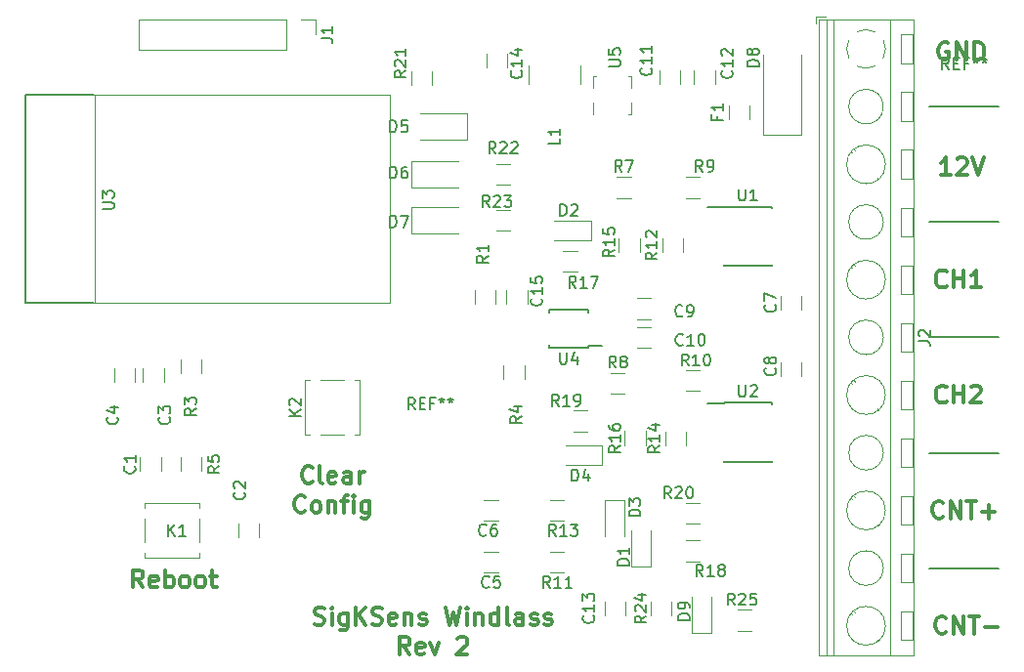
<source format=gbr>
G04 #@! TF.GenerationSoftware,KiCad,Pcbnew,(5.0.1)-3*
G04 #@! TF.CreationDate,2018-11-25T21:54:18-05:00*
G04 #@! TF.ProjectId,ESP32 Windlass,45535033322057696E646C6173732E6B,rev?*
G04 #@! TF.SameCoordinates,Original*
G04 #@! TF.FileFunction,Legend,Top*
G04 #@! TF.FilePolarity,Positive*
%FSLAX46Y46*%
G04 Gerber Fmt 4.6, Leading zero omitted, Abs format (unit mm)*
G04 Created by KiCad (PCBNEW (5.0.1)-3) date 11/25/2018 9:54:18 PM*
%MOMM*%
%LPD*%
G01*
G04 APERTURE LIST*
%ADD10C,0.300000*%
%ADD11C,0.200000*%
%ADD12C,0.120000*%
%ADD13C,0.150000*%
%ADD14C,0.050000*%
G04 APERTURE END LIST*
D10*
X139535714Y-91260714D02*
X139464285Y-91332142D01*
X139250000Y-91403571D01*
X139107142Y-91403571D01*
X138892857Y-91332142D01*
X138750000Y-91189285D01*
X138678571Y-91046428D01*
X138607142Y-90760714D01*
X138607142Y-90546428D01*
X138678571Y-90260714D01*
X138750000Y-90117857D01*
X138892857Y-89975000D01*
X139107142Y-89903571D01*
X139250000Y-89903571D01*
X139464285Y-89975000D01*
X139535714Y-90046428D01*
X140392857Y-91403571D02*
X140250000Y-91332142D01*
X140178571Y-91189285D01*
X140178571Y-89903571D01*
X141535714Y-91332142D02*
X141392857Y-91403571D01*
X141107142Y-91403571D01*
X140964285Y-91332142D01*
X140892857Y-91189285D01*
X140892857Y-90617857D01*
X140964285Y-90475000D01*
X141107142Y-90403571D01*
X141392857Y-90403571D01*
X141535714Y-90475000D01*
X141607142Y-90617857D01*
X141607142Y-90760714D01*
X140892857Y-90903571D01*
X142892857Y-91403571D02*
X142892857Y-90617857D01*
X142821428Y-90475000D01*
X142678571Y-90403571D01*
X142392857Y-90403571D01*
X142250000Y-90475000D01*
X142892857Y-91332142D02*
X142750000Y-91403571D01*
X142392857Y-91403571D01*
X142250000Y-91332142D01*
X142178571Y-91189285D01*
X142178571Y-91046428D01*
X142250000Y-90903571D01*
X142392857Y-90832142D01*
X142750000Y-90832142D01*
X142892857Y-90760714D01*
X143607142Y-91403571D02*
X143607142Y-90403571D01*
X143607142Y-90689285D02*
X143678571Y-90546428D01*
X143750000Y-90475000D01*
X143892857Y-90403571D01*
X144035714Y-90403571D01*
X138892857Y-93810714D02*
X138821428Y-93882142D01*
X138607142Y-93953571D01*
X138464285Y-93953571D01*
X138250000Y-93882142D01*
X138107142Y-93739285D01*
X138035714Y-93596428D01*
X137964285Y-93310714D01*
X137964285Y-93096428D01*
X138035714Y-92810714D01*
X138107142Y-92667857D01*
X138250000Y-92525000D01*
X138464285Y-92453571D01*
X138607142Y-92453571D01*
X138821428Y-92525000D01*
X138892857Y-92596428D01*
X139750000Y-93953571D02*
X139607142Y-93882142D01*
X139535714Y-93810714D01*
X139464285Y-93667857D01*
X139464285Y-93239285D01*
X139535714Y-93096428D01*
X139607142Y-93025000D01*
X139750000Y-92953571D01*
X139964285Y-92953571D01*
X140107142Y-93025000D01*
X140178571Y-93096428D01*
X140250000Y-93239285D01*
X140250000Y-93667857D01*
X140178571Y-93810714D01*
X140107142Y-93882142D01*
X139964285Y-93953571D01*
X139750000Y-93953571D01*
X140892857Y-92953571D02*
X140892857Y-93953571D01*
X140892857Y-93096428D02*
X140964285Y-93025000D01*
X141107142Y-92953571D01*
X141321428Y-92953571D01*
X141464285Y-93025000D01*
X141535714Y-93167857D01*
X141535714Y-93953571D01*
X142035714Y-92953571D02*
X142607142Y-92953571D01*
X142250000Y-93953571D02*
X142250000Y-92667857D01*
X142321428Y-92525000D01*
X142464285Y-92453571D01*
X142607142Y-92453571D01*
X143107142Y-93953571D02*
X143107142Y-92953571D01*
X143107142Y-92453571D02*
X143035714Y-92525000D01*
X143107142Y-92596428D01*
X143178571Y-92525000D01*
X143107142Y-92453571D01*
X143107142Y-92596428D01*
X144464285Y-92953571D02*
X144464285Y-94167857D01*
X144392857Y-94310714D01*
X144321428Y-94382142D01*
X144178571Y-94453571D01*
X143964285Y-94453571D01*
X143821428Y-94382142D01*
X144464285Y-93882142D02*
X144321428Y-93953571D01*
X144035714Y-93953571D01*
X143892857Y-93882142D01*
X143821428Y-93810714D01*
X143750000Y-93667857D01*
X143750000Y-93239285D01*
X143821428Y-93096428D01*
X143892857Y-93025000D01*
X144035714Y-92953571D01*
X144321428Y-92953571D01*
X144464285Y-93025000D01*
X124857142Y-100428571D02*
X124357142Y-99714285D01*
X124000000Y-100428571D02*
X124000000Y-98928571D01*
X124571428Y-98928571D01*
X124714285Y-99000000D01*
X124785714Y-99071428D01*
X124857142Y-99214285D01*
X124857142Y-99428571D01*
X124785714Y-99571428D01*
X124714285Y-99642857D01*
X124571428Y-99714285D01*
X124000000Y-99714285D01*
X126071428Y-100357142D02*
X125928571Y-100428571D01*
X125642857Y-100428571D01*
X125500000Y-100357142D01*
X125428571Y-100214285D01*
X125428571Y-99642857D01*
X125500000Y-99500000D01*
X125642857Y-99428571D01*
X125928571Y-99428571D01*
X126071428Y-99500000D01*
X126142857Y-99642857D01*
X126142857Y-99785714D01*
X125428571Y-99928571D01*
X126785714Y-100428571D02*
X126785714Y-98928571D01*
X126785714Y-99500000D02*
X126928571Y-99428571D01*
X127214285Y-99428571D01*
X127357142Y-99500000D01*
X127428571Y-99571428D01*
X127500000Y-99714285D01*
X127500000Y-100142857D01*
X127428571Y-100285714D01*
X127357142Y-100357142D01*
X127214285Y-100428571D01*
X126928571Y-100428571D01*
X126785714Y-100357142D01*
X128357142Y-100428571D02*
X128214285Y-100357142D01*
X128142857Y-100285714D01*
X128071428Y-100142857D01*
X128071428Y-99714285D01*
X128142857Y-99571428D01*
X128214285Y-99500000D01*
X128357142Y-99428571D01*
X128571428Y-99428571D01*
X128714285Y-99500000D01*
X128785714Y-99571428D01*
X128857142Y-99714285D01*
X128857142Y-100142857D01*
X128785714Y-100285714D01*
X128714285Y-100357142D01*
X128571428Y-100428571D01*
X128357142Y-100428571D01*
X129714285Y-100428571D02*
X129571428Y-100357142D01*
X129500000Y-100285714D01*
X129428571Y-100142857D01*
X129428571Y-99714285D01*
X129500000Y-99571428D01*
X129571428Y-99500000D01*
X129714285Y-99428571D01*
X129928571Y-99428571D01*
X130071428Y-99500000D01*
X130142857Y-99571428D01*
X130214285Y-99714285D01*
X130214285Y-100142857D01*
X130142857Y-100285714D01*
X130071428Y-100357142D01*
X129928571Y-100428571D01*
X129714285Y-100428571D01*
X130642857Y-99428571D02*
X131214285Y-99428571D01*
X130857142Y-98928571D02*
X130857142Y-100214285D01*
X130928571Y-100357142D01*
X131071428Y-100428571D01*
X131214285Y-100428571D01*
X139714285Y-103582142D02*
X139928571Y-103653571D01*
X140285714Y-103653571D01*
X140428571Y-103582142D01*
X140500000Y-103510714D01*
X140571428Y-103367857D01*
X140571428Y-103225000D01*
X140500000Y-103082142D01*
X140428571Y-103010714D01*
X140285714Y-102939285D01*
X140000000Y-102867857D01*
X139857142Y-102796428D01*
X139785714Y-102725000D01*
X139714285Y-102582142D01*
X139714285Y-102439285D01*
X139785714Y-102296428D01*
X139857142Y-102225000D01*
X140000000Y-102153571D01*
X140357142Y-102153571D01*
X140571428Y-102225000D01*
X141214285Y-103653571D02*
X141214285Y-102653571D01*
X141214285Y-102153571D02*
X141142857Y-102225000D01*
X141214285Y-102296428D01*
X141285714Y-102225000D01*
X141214285Y-102153571D01*
X141214285Y-102296428D01*
X142571428Y-102653571D02*
X142571428Y-103867857D01*
X142500000Y-104010714D01*
X142428571Y-104082142D01*
X142285714Y-104153571D01*
X142071428Y-104153571D01*
X141928571Y-104082142D01*
X142571428Y-103582142D02*
X142428571Y-103653571D01*
X142142857Y-103653571D01*
X142000000Y-103582142D01*
X141928571Y-103510714D01*
X141857142Y-103367857D01*
X141857142Y-102939285D01*
X141928571Y-102796428D01*
X142000000Y-102725000D01*
X142142857Y-102653571D01*
X142428571Y-102653571D01*
X142571428Y-102725000D01*
X143285714Y-103653571D02*
X143285714Y-102153571D01*
X144142857Y-103653571D02*
X143500000Y-102796428D01*
X144142857Y-102153571D02*
X143285714Y-103010714D01*
X144714285Y-103582142D02*
X144928571Y-103653571D01*
X145285714Y-103653571D01*
X145428571Y-103582142D01*
X145500000Y-103510714D01*
X145571428Y-103367857D01*
X145571428Y-103225000D01*
X145500000Y-103082142D01*
X145428571Y-103010714D01*
X145285714Y-102939285D01*
X145000000Y-102867857D01*
X144857142Y-102796428D01*
X144785714Y-102725000D01*
X144714285Y-102582142D01*
X144714285Y-102439285D01*
X144785714Y-102296428D01*
X144857142Y-102225000D01*
X145000000Y-102153571D01*
X145357142Y-102153571D01*
X145571428Y-102225000D01*
X146785714Y-103582142D02*
X146642857Y-103653571D01*
X146357142Y-103653571D01*
X146214285Y-103582142D01*
X146142857Y-103439285D01*
X146142857Y-102867857D01*
X146214285Y-102725000D01*
X146357142Y-102653571D01*
X146642857Y-102653571D01*
X146785714Y-102725000D01*
X146857142Y-102867857D01*
X146857142Y-103010714D01*
X146142857Y-103153571D01*
X147500000Y-102653571D02*
X147500000Y-103653571D01*
X147500000Y-102796428D02*
X147571428Y-102725000D01*
X147714285Y-102653571D01*
X147928571Y-102653571D01*
X148071428Y-102725000D01*
X148142857Y-102867857D01*
X148142857Y-103653571D01*
X148785714Y-103582142D02*
X148928571Y-103653571D01*
X149214285Y-103653571D01*
X149357142Y-103582142D01*
X149428571Y-103439285D01*
X149428571Y-103367857D01*
X149357142Y-103225000D01*
X149214285Y-103153571D01*
X149000000Y-103153571D01*
X148857142Y-103082142D01*
X148785714Y-102939285D01*
X148785714Y-102867857D01*
X148857142Y-102725000D01*
X149000000Y-102653571D01*
X149214285Y-102653571D01*
X149357142Y-102725000D01*
X151071428Y-102153571D02*
X151428571Y-103653571D01*
X151714285Y-102582142D01*
X152000000Y-103653571D01*
X152357142Y-102153571D01*
X152928571Y-103653571D02*
X152928571Y-102653571D01*
X152928571Y-102153571D02*
X152857142Y-102225000D01*
X152928571Y-102296428D01*
X153000000Y-102225000D01*
X152928571Y-102153571D01*
X152928571Y-102296428D01*
X153642857Y-102653571D02*
X153642857Y-103653571D01*
X153642857Y-102796428D02*
X153714285Y-102725000D01*
X153857142Y-102653571D01*
X154071428Y-102653571D01*
X154214285Y-102725000D01*
X154285714Y-102867857D01*
X154285714Y-103653571D01*
X155642857Y-103653571D02*
X155642857Y-102153571D01*
X155642857Y-103582142D02*
X155500000Y-103653571D01*
X155214285Y-103653571D01*
X155071428Y-103582142D01*
X155000000Y-103510714D01*
X154928571Y-103367857D01*
X154928571Y-102939285D01*
X155000000Y-102796428D01*
X155071428Y-102725000D01*
X155214285Y-102653571D01*
X155500000Y-102653571D01*
X155642857Y-102725000D01*
X156571428Y-103653571D02*
X156428571Y-103582142D01*
X156357142Y-103439285D01*
X156357142Y-102153571D01*
X157785714Y-103653571D02*
X157785714Y-102867857D01*
X157714285Y-102725000D01*
X157571428Y-102653571D01*
X157285714Y-102653571D01*
X157142857Y-102725000D01*
X157785714Y-103582142D02*
X157642857Y-103653571D01*
X157285714Y-103653571D01*
X157142857Y-103582142D01*
X157071428Y-103439285D01*
X157071428Y-103296428D01*
X157142857Y-103153571D01*
X157285714Y-103082142D01*
X157642857Y-103082142D01*
X157785714Y-103010714D01*
X158428571Y-103582142D02*
X158571428Y-103653571D01*
X158857142Y-103653571D01*
X159000000Y-103582142D01*
X159071428Y-103439285D01*
X159071428Y-103367857D01*
X159000000Y-103225000D01*
X158857142Y-103153571D01*
X158642857Y-103153571D01*
X158500000Y-103082142D01*
X158428571Y-102939285D01*
X158428571Y-102867857D01*
X158500000Y-102725000D01*
X158642857Y-102653571D01*
X158857142Y-102653571D01*
X159000000Y-102725000D01*
X159642857Y-103582142D02*
X159785714Y-103653571D01*
X160071428Y-103653571D01*
X160214285Y-103582142D01*
X160285714Y-103439285D01*
X160285714Y-103367857D01*
X160214285Y-103225000D01*
X160071428Y-103153571D01*
X159857142Y-103153571D01*
X159714285Y-103082142D01*
X159642857Y-102939285D01*
X159642857Y-102867857D01*
X159714285Y-102725000D01*
X159857142Y-102653571D01*
X160071428Y-102653571D01*
X160214285Y-102725000D01*
X147964285Y-106203571D02*
X147464285Y-105489285D01*
X147107142Y-106203571D02*
X147107142Y-104703571D01*
X147678571Y-104703571D01*
X147821428Y-104775000D01*
X147892857Y-104846428D01*
X147964285Y-104989285D01*
X147964285Y-105203571D01*
X147892857Y-105346428D01*
X147821428Y-105417857D01*
X147678571Y-105489285D01*
X147107142Y-105489285D01*
X149178571Y-106132142D02*
X149035714Y-106203571D01*
X148750000Y-106203571D01*
X148607142Y-106132142D01*
X148535714Y-105989285D01*
X148535714Y-105417857D01*
X148607142Y-105275000D01*
X148750000Y-105203571D01*
X149035714Y-105203571D01*
X149178571Y-105275000D01*
X149250000Y-105417857D01*
X149250000Y-105560714D01*
X148535714Y-105703571D01*
X149750000Y-105203571D02*
X150107142Y-106203571D01*
X150464285Y-105203571D01*
X152107142Y-104846428D02*
X152178571Y-104775000D01*
X152321428Y-104703571D01*
X152678571Y-104703571D01*
X152821428Y-104775000D01*
X152892857Y-104846428D01*
X152964285Y-104989285D01*
X152964285Y-105132142D01*
X152892857Y-105346428D01*
X152035714Y-106203571D01*
X152964285Y-106203571D01*
D11*
X193000000Y-58750000D02*
X199000000Y-58750000D01*
X193000000Y-68750000D02*
X199000000Y-68750000D01*
X193000000Y-78750000D02*
X199000000Y-78750000D01*
X193000000Y-88750000D02*
X199000000Y-88750000D01*
X198750000Y-98750000D02*
X199000000Y-98750000D01*
X193000000Y-98750000D02*
X198750000Y-98750000D01*
D10*
X194428571Y-104285714D02*
X194357142Y-104357142D01*
X194142857Y-104428571D01*
X194000000Y-104428571D01*
X193785714Y-104357142D01*
X193642857Y-104214285D01*
X193571428Y-104071428D01*
X193500000Y-103785714D01*
X193500000Y-103571428D01*
X193571428Y-103285714D01*
X193642857Y-103142857D01*
X193785714Y-103000000D01*
X194000000Y-102928571D01*
X194142857Y-102928571D01*
X194357142Y-103000000D01*
X194428571Y-103071428D01*
X195071428Y-104428571D02*
X195071428Y-102928571D01*
X195928571Y-104428571D01*
X195928571Y-102928571D01*
X196428571Y-102928571D02*
X197285714Y-102928571D01*
X196857142Y-104428571D02*
X196857142Y-102928571D01*
X197785714Y-103857142D02*
X198928571Y-103857142D01*
X194178571Y-94285714D02*
X194107142Y-94357142D01*
X193892857Y-94428571D01*
X193750000Y-94428571D01*
X193535714Y-94357142D01*
X193392857Y-94214285D01*
X193321428Y-94071428D01*
X193250000Y-93785714D01*
X193250000Y-93571428D01*
X193321428Y-93285714D01*
X193392857Y-93142857D01*
X193535714Y-93000000D01*
X193750000Y-92928571D01*
X193892857Y-92928571D01*
X194107142Y-93000000D01*
X194178571Y-93071428D01*
X194821428Y-94428571D02*
X194821428Y-92928571D01*
X195678571Y-94428571D01*
X195678571Y-92928571D01*
X196178571Y-92928571D02*
X197035714Y-92928571D01*
X196607142Y-94428571D02*
X196607142Y-92928571D01*
X197535714Y-93857142D02*
X198678571Y-93857142D01*
X198107142Y-94428571D02*
X198107142Y-93285714D01*
X194464285Y-84285714D02*
X194392857Y-84357142D01*
X194178571Y-84428571D01*
X194035714Y-84428571D01*
X193821428Y-84357142D01*
X193678571Y-84214285D01*
X193607142Y-84071428D01*
X193535714Y-83785714D01*
X193535714Y-83571428D01*
X193607142Y-83285714D01*
X193678571Y-83142857D01*
X193821428Y-83000000D01*
X194035714Y-82928571D01*
X194178571Y-82928571D01*
X194392857Y-83000000D01*
X194464285Y-83071428D01*
X195107142Y-84428571D02*
X195107142Y-82928571D01*
X195107142Y-83642857D02*
X195964285Y-83642857D01*
X195964285Y-84428571D02*
X195964285Y-82928571D01*
X196607142Y-83071428D02*
X196678571Y-83000000D01*
X196821428Y-82928571D01*
X197178571Y-82928571D01*
X197321428Y-83000000D01*
X197392857Y-83071428D01*
X197464285Y-83214285D01*
X197464285Y-83357142D01*
X197392857Y-83571428D01*
X196535714Y-84428571D01*
X197464285Y-84428571D01*
X194464285Y-74285714D02*
X194392857Y-74357142D01*
X194178571Y-74428571D01*
X194035714Y-74428571D01*
X193821428Y-74357142D01*
X193678571Y-74214285D01*
X193607142Y-74071428D01*
X193535714Y-73785714D01*
X193535714Y-73571428D01*
X193607142Y-73285714D01*
X193678571Y-73142857D01*
X193821428Y-73000000D01*
X194035714Y-72928571D01*
X194178571Y-72928571D01*
X194392857Y-73000000D01*
X194464285Y-73071428D01*
X195107142Y-74428571D02*
X195107142Y-72928571D01*
X195107142Y-73642857D02*
X195964285Y-73642857D01*
X195964285Y-74428571D02*
X195964285Y-72928571D01*
X197464285Y-74428571D02*
X196607142Y-74428571D01*
X197035714Y-74428571D02*
X197035714Y-72928571D01*
X196892857Y-73142857D01*
X196750000Y-73285714D01*
X196607142Y-73357142D01*
X194821428Y-64678571D02*
X193964285Y-64678571D01*
X194392857Y-64678571D02*
X194392857Y-63178571D01*
X194250000Y-63392857D01*
X194107142Y-63535714D01*
X193964285Y-63607142D01*
X195392857Y-63321428D02*
X195464285Y-63250000D01*
X195607142Y-63178571D01*
X195964285Y-63178571D01*
X196107142Y-63250000D01*
X196178571Y-63321428D01*
X196250000Y-63464285D01*
X196250000Y-63607142D01*
X196178571Y-63821428D01*
X195321428Y-64678571D01*
X196250000Y-64678571D01*
X196678571Y-63178571D02*
X197178571Y-64678571D01*
X197678571Y-63178571D01*
X194607142Y-53250000D02*
X194464285Y-53178571D01*
X194250000Y-53178571D01*
X194035714Y-53250000D01*
X193892857Y-53392857D01*
X193821428Y-53535714D01*
X193750000Y-53821428D01*
X193750000Y-54035714D01*
X193821428Y-54321428D01*
X193892857Y-54464285D01*
X194035714Y-54607142D01*
X194250000Y-54678571D01*
X194392857Y-54678571D01*
X194607142Y-54607142D01*
X194678571Y-54535714D01*
X194678571Y-54035714D01*
X194392857Y-54035714D01*
X195321428Y-54678571D02*
X195321428Y-53178571D01*
X196178571Y-54678571D01*
X196178571Y-53178571D01*
X196892857Y-54678571D02*
X196892857Y-53178571D01*
X197250000Y-53178571D01*
X197464285Y-53250000D01*
X197607142Y-53392857D01*
X197678571Y-53535714D01*
X197750000Y-53821428D01*
X197750000Y-54035714D01*
X197678571Y-54321428D01*
X197607142Y-54464285D01*
X197464285Y-54607142D01*
X197250000Y-54678571D01*
X196892857Y-54678571D01*
D12*
G04 #@! TO.C,K2*
X138880000Y-87220000D02*
X138880000Y-82480000D01*
X138880000Y-87220000D02*
X139280000Y-87220000D01*
X138880000Y-82480000D02*
X139280000Y-82480000D01*
X143620000Y-87220000D02*
X143220000Y-87220000D01*
X143620000Y-87220000D02*
X143620000Y-82480000D01*
X143620000Y-82480000D02*
X143220000Y-82480000D01*
X142280000Y-82480000D02*
X140220000Y-82480000D01*
X142280000Y-87220000D02*
X140220000Y-87220000D01*
G04 #@! TO.C,C15*
X156340000Y-75852064D02*
X156340000Y-74647936D01*
X158160000Y-75852064D02*
X158160000Y-74647936D01*
D13*
G04 #@! TO.C,U1*
X175175000Y-67475000D02*
X173775000Y-67475000D01*
X175175000Y-72575000D02*
X179325000Y-72575000D01*
X175175000Y-67425000D02*
X179325000Y-67425000D01*
X175175000Y-72575000D02*
X175175000Y-72430000D01*
X179325000Y-72575000D02*
X179325000Y-72430000D01*
X179325000Y-67425000D02*
X179325000Y-67570000D01*
X175175000Y-67425000D02*
X175175000Y-67475000D01*
G04 #@! TO.C,U2*
X175175000Y-84425000D02*
X175175000Y-84475000D01*
X179325000Y-84425000D02*
X179325000Y-84570000D01*
X179325000Y-89575000D02*
X179325000Y-89430000D01*
X175175000Y-89575000D02*
X175175000Y-89430000D01*
X175175000Y-84425000D02*
X179325000Y-84425000D01*
X175175000Y-89575000D02*
X179325000Y-89575000D01*
X175175000Y-84475000D02*
X173775000Y-84475000D01*
D12*
G04 #@! TO.C,J2*
X186016648Y-54538712D02*
G75*
G02X185820000Y-53750000I1483352J788712D01*
G01*
X188289088Y-55233953D02*
G75*
G02X186711000Y-55234000I-789088J1483953D01*
G01*
X188983953Y-52960912D02*
G75*
G02X188984000Y-54539000I-1483953J-789088D01*
G01*
X186710912Y-52266047D02*
G75*
G02X188289000Y-52266000I789088J-1483953D01*
G01*
X185819550Y-53779383D02*
G75*
G02X186016000Y-52961000I1680450J29383D01*
G01*
X189000000Y-58750000D02*
G75*
G03X189000000Y-58750000I-1500000J0D01*
G01*
X189180000Y-63750000D02*
G75*
G03X189180000Y-63750000I-1680000J0D01*
G01*
X189000000Y-68750000D02*
G75*
G03X189000000Y-68750000I-1500000J0D01*
G01*
X189180000Y-73750000D02*
G75*
G03X189180000Y-73750000I-1680000J0D01*
G01*
X189000000Y-78750000D02*
G75*
G03X189000000Y-78750000I-1500000J0D01*
G01*
X189180000Y-83750000D02*
G75*
G03X189180000Y-83750000I-1680000J0D01*
G01*
X189000000Y-88750000D02*
G75*
G03X189000000Y-88750000I-1500000J0D01*
G01*
X189180000Y-93750000D02*
G75*
G03X189180000Y-93750000I-1680000J0D01*
G01*
X189000000Y-98750000D02*
G75*
G03X189000000Y-98750000I-1500000J0D01*
G01*
X189180000Y-103750000D02*
G75*
G03X189180000Y-103750000I-1680000J0D01*
G01*
X184050000Y-51190000D02*
X184050000Y-106310000D01*
X184650000Y-51190000D02*
X184650000Y-106310000D01*
X189550000Y-51190000D02*
X189550000Y-106310000D01*
X191610000Y-51190000D02*
X191610000Y-106310000D01*
X183390000Y-51190000D02*
X183390000Y-106310000D01*
X191610000Y-51190000D02*
X183390000Y-51190000D01*
X191610000Y-106310000D02*
X183390000Y-106310000D01*
X191550000Y-52500000D02*
X191550000Y-55000000D01*
X190550000Y-52500000D02*
X190550000Y-55000000D01*
X191550000Y-52500000D02*
X190550000Y-52500000D01*
X191550000Y-55000000D02*
X190550000Y-55000000D01*
X191550000Y-57500000D02*
X191550000Y-60000000D01*
X190550000Y-57500000D02*
X190550000Y-60000000D01*
X191550000Y-57500000D02*
X190550000Y-57500000D01*
X191550000Y-60000000D02*
X190550000Y-60000000D01*
X188569000Y-65025000D02*
X188476000Y-64931000D01*
X186284000Y-62740000D02*
X186226000Y-62681000D01*
X188775000Y-64820000D02*
X188716000Y-64761000D01*
X186524000Y-62570000D02*
X186431000Y-62476000D01*
X191550000Y-62500000D02*
X191550000Y-65000000D01*
X190550000Y-62500000D02*
X190550000Y-65000000D01*
X191550000Y-62500000D02*
X190550000Y-62500000D01*
X191550000Y-65000000D02*
X190550000Y-65000000D01*
X191550000Y-67500000D02*
X191550000Y-70000000D01*
X190550000Y-67500000D02*
X190550000Y-70000000D01*
X191550000Y-67500000D02*
X190550000Y-67500000D01*
X191550000Y-70000000D02*
X190550000Y-70000000D01*
X188569000Y-75025000D02*
X188476000Y-74931000D01*
X186284000Y-72740000D02*
X186226000Y-72681000D01*
X188775000Y-74820000D02*
X188716000Y-74761000D01*
X186524000Y-72570000D02*
X186431000Y-72476000D01*
X191550000Y-72500000D02*
X191550000Y-75000000D01*
X190550000Y-72500000D02*
X190550000Y-75000000D01*
X191550000Y-72500000D02*
X190550000Y-72500000D01*
X191550000Y-75000000D02*
X190550000Y-75000000D01*
X191550000Y-77500000D02*
X191550000Y-80000000D01*
X190550000Y-77500000D02*
X190550000Y-80000000D01*
X191550000Y-77500000D02*
X190550000Y-77500000D01*
X191550000Y-80000000D02*
X190550000Y-80000000D01*
X188569000Y-85025000D02*
X188476000Y-84931000D01*
X186284000Y-82740000D02*
X186226000Y-82681000D01*
X188775000Y-84820000D02*
X188716000Y-84761000D01*
X186524000Y-82570000D02*
X186431000Y-82476000D01*
X191550000Y-82500000D02*
X191550000Y-85000000D01*
X190550000Y-82500000D02*
X190550000Y-85000000D01*
X191550000Y-82500000D02*
X190550000Y-82500000D01*
X191550000Y-85000000D02*
X190550000Y-85000000D01*
X191550000Y-87500000D02*
X191550000Y-90000000D01*
X190550000Y-87500000D02*
X190550000Y-90000000D01*
X191550000Y-87500000D02*
X190550000Y-87500000D01*
X191550000Y-90000000D02*
X190550000Y-90000000D01*
X188569000Y-95025000D02*
X188476000Y-94931000D01*
X186284000Y-92740000D02*
X186226000Y-92681000D01*
X188775000Y-94820000D02*
X188716000Y-94761000D01*
X186524000Y-92570000D02*
X186431000Y-92476000D01*
X191550000Y-92500000D02*
X191550000Y-95000000D01*
X190550000Y-92500000D02*
X190550000Y-95000000D01*
X191550000Y-92500000D02*
X190550000Y-92500000D01*
X191550000Y-95000000D02*
X190550000Y-95000000D01*
X191550000Y-97500000D02*
X191550000Y-100000000D01*
X190550000Y-97500000D02*
X190550000Y-100000000D01*
X191550000Y-97500000D02*
X190550000Y-97500000D01*
X191550000Y-100000000D02*
X190550000Y-100000000D01*
X188569000Y-105025000D02*
X188476000Y-104931000D01*
X186284000Y-102740000D02*
X186226000Y-102681000D01*
X188775000Y-104820000D02*
X188716000Y-104761000D01*
X186524000Y-102570000D02*
X186431000Y-102476000D01*
X191550000Y-102500000D02*
X191550000Y-105000000D01*
X190550000Y-102500000D02*
X190550000Y-105000000D01*
X191550000Y-102500000D02*
X190550000Y-102500000D01*
X191550000Y-105000000D02*
X190550000Y-105000000D01*
X183990000Y-50950000D02*
X183150000Y-50950000D01*
X183150000Y-50950000D02*
X183150000Y-51550000D01*
G04 #@! TO.C,C1*
X126410000Y-89147936D02*
X126410000Y-90352064D01*
X124590000Y-89147936D02*
X124590000Y-90352064D01*
G04 #@! TO.C,K1*
X125030000Y-93130000D02*
X129770000Y-93130000D01*
X125030000Y-93130000D02*
X125030000Y-93530000D01*
X129770000Y-93130000D02*
X129770000Y-93530000D01*
X125030000Y-97870000D02*
X125030000Y-97470000D01*
X125030000Y-97870000D02*
X129770000Y-97870000D01*
X129770000Y-97870000D02*
X129770000Y-97470000D01*
X129770000Y-96530000D02*
X129770000Y-94470000D01*
X125030000Y-96530000D02*
X125030000Y-94470000D01*
G04 #@! TO.C,C14*
X156410000Y-54160436D02*
X156410000Y-55364564D01*
X154590000Y-54160436D02*
X154590000Y-55364564D01*
G04 #@! TO.C,C12*
X174419131Y-56803440D02*
X174419131Y-55599312D01*
X172599131Y-56803440D02*
X172599131Y-55599312D01*
G04 #@! TO.C,C11*
X169599131Y-56803440D02*
X169599131Y-55599312D01*
X171419131Y-56803440D02*
X171419131Y-55599312D01*
G04 #@! TO.C,C10*
X167660436Y-79660000D02*
X168864564Y-79660000D01*
X167660436Y-77840000D02*
X168864564Y-77840000D01*
G04 #@! TO.C,C9*
X167647936Y-75340000D02*
X168852064Y-75340000D01*
X167647936Y-77160000D02*
X168852064Y-77160000D01*
G04 #@! TO.C,C8*
X181910000Y-82089564D02*
X181910000Y-80885436D01*
X180090000Y-82089564D02*
X180090000Y-80885436D01*
G04 #@! TO.C,C7*
X181910000Y-75160436D02*
X181910000Y-76364564D01*
X180090000Y-75160436D02*
X180090000Y-76364564D01*
G04 #@! TO.C,C2*
X133090000Y-94910436D02*
X133090000Y-96114564D01*
X134910000Y-94910436D02*
X134910000Y-96114564D01*
G04 #@! TO.C,C3*
X124827500Y-82602064D02*
X124827500Y-81397936D01*
X126647500Y-82602064D02*
X126647500Y-81397936D01*
G04 #@! TO.C,C4*
X124147500Y-82589564D02*
X124147500Y-81385436D01*
X122327500Y-82589564D02*
X122327500Y-81385436D01*
G04 #@! TO.C,C13*
X164840000Y-102852064D02*
X164840000Y-101647936D01*
X166660000Y-102852064D02*
X166660000Y-101647936D01*
G04 #@! TO.C,C5*
X154397936Y-99160000D02*
X155602064Y-99160000D01*
X154397936Y-97340000D02*
X155602064Y-97340000D01*
G04 #@! TO.C,C6*
X154397936Y-92840000D02*
X155602064Y-92840000D01*
X154397936Y-94660000D02*
X155602064Y-94660000D01*
G04 #@! TO.C,J1*
X124470000Y-51170000D02*
X124470000Y-53830000D01*
X137230000Y-51170000D02*
X124470000Y-51170000D01*
X137230000Y-53830000D02*
X124470000Y-53830000D01*
X137230000Y-51170000D02*
X137230000Y-53830000D01*
X138500000Y-51170000D02*
X139830000Y-51170000D01*
X139830000Y-51170000D02*
X139830000Y-52500000D01*
G04 #@! TO.C,D8*
X178600000Y-61150000D02*
X181900000Y-61150000D01*
X181900000Y-61150000D02*
X181900000Y-54250000D01*
X178600000Y-61150000D02*
X178600000Y-54250000D01*
G04 #@! TO.C,D9*
X172400000Y-104400000D02*
X174100000Y-104400000D01*
X174100000Y-104400000D02*
X174100000Y-101250000D01*
X172400000Y-104400000D02*
X172400000Y-101250000D01*
G04 #@! TO.C,F1*
X175590000Y-59839564D02*
X175590000Y-58635436D01*
X177410000Y-59839564D02*
X177410000Y-58635436D01*
G04 #@! TO.C,L1*
X158290000Y-56797369D02*
X158290000Y-55202631D01*
X162710000Y-56797369D02*
X162710000Y-55202631D01*
G04 #@! TO.C,D5*
X148900000Y-61635000D02*
X152960000Y-61635000D01*
X152960000Y-61635000D02*
X152960000Y-59365000D01*
X152960000Y-59365000D02*
X148900000Y-59365000D01*
G04 #@! TO.C,D6*
X148090945Y-65747183D02*
X152150945Y-65747183D01*
X148090945Y-63477183D02*
X148090945Y-65747183D01*
X152150945Y-63477183D02*
X148090945Y-63477183D01*
G04 #@! TO.C,D7*
X152138445Y-67477183D02*
X148078445Y-67477183D01*
X148078445Y-67477183D02*
X148078445Y-69747183D01*
X148078445Y-69747183D02*
X152138445Y-69747183D01*
D13*
G04 #@! TO.C,U4*
X163425000Y-79675000D02*
X163425000Y-79450000D01*
X160075000Y-79675000D02*
X160075000Y-79375000D01*
X160075000Y-76325000D02*
X160075000Y-76625000D01*
X163425000Y-76325000D02*
X163425000Y-76625000D01*
X163425000Y-79675000D02*
X160075000Y-79675000D01*
X163425000Y-76325000D02*
X160075000Y-76325000D01*
X163425000Y-79450000D02*
X164650000Y-79450000D01*
G04 #@! TO.C,U3*
X114646000Y-57733000D02*
X114646000Y-75767000D01*
X120615000Y-57733000D02*
X114646000Y-57733000D01*
X120615000Y-75767000D02*
X114646000Y-75767000D01*
D14*
X146200000Y-75750000D02*
X120670000Y-75750000D01*
X120670000Y-75750000D02*
X120670000Y-57750000D01*
X120670000Y-57750000D02*
X146200000Y-57750000D01*
X146200000Y-57750000D02*
X146200000Y-75750000D01*
D12*
G04 #@! TO.C,R24*
X168840000Y-101660436D02*
X168840000Y-102864564D01*
X170660000Y-101660436D02*
X170660000Y-102864564D01*
G04 #@! TO.C,R23*
X155436381Y-67702183D02*
X156640509Y-67702183D01*
X155436381Y-69522183D02*
X156640509Y-69522183D01*
G04 #@! TO.C,R22*
X155461381Y-65522183D02*
X156665509Y-65522183D01*
X155461381Y-63702183D02*
X156665509Y-63702183D01*
G04 #@! TO.C,R21*
X148090000Y-56864564D02*
X148090000Y-55660436D01*
X149910000Y-56864564D02*
X149910000Y-55660436D01*
G04 #@! TO.C,R20*
X171897936Y-94910000D02*
X173102064Y-94910000D01*
X171897936Y-93090000D02*
X173102064Y-93090000D01*
G04 #@! TO.C,R19*
X163352064Y-86910000D02*
X162147936Y-86910000D01*
X163352064Y-85090000D02*
X162147936Y-85090000D01*
G04 #@! TO.C,R18*
X171897936Y-98160000D02*
X173102064Y-98160000D01*
X171897936Y-96340000D02*
X173102064Y-96340000D01*
G04 #@! TO.C,R17*
X162467350Y-73079793D02*
X161263222Y-73079793D01*
X162467350Y-71259793D02*
X161263222Y-71259793D01*
G04 #@! TO.C,R16*
X166590000Y-86885436D02*
X166590000Y-88089564D01*
X168410000Y-86885436D02*
X168410000Y-88089564D01*
G04 #@! TO.C,R15*
X167910000Y-70147936D02*
X167910000Y-71352064D01*
X166090000Y-70147936D02*
X166090000Y-71352064D01*
G04 #@! TO.C,R14*
X171910000Y-88114564D02*
X171910000Y-86910436D01*
X170090000Y-88114564D02*
X170090000Y-86910436D01*
G04 #@! TO.C,R13*
X160147936Y-92840000D02*
X161352064Y-92840000D01*
X160147936Y-94660000D02*
X161352064Y-94660000D01*
G04 #@! TO.C,R12*
X171660000Y-71364564D02*
X171660000Y-70160436D01*
X169840000Y-71364564D02*
X169840000Y-70160436D01*
G04 #@! TO.C,R11*
X160147936Y-97340000D02*
X161352064Y-97340000D01*
X160147936Y-99160000D02*
X161352064Y-99160000D01*
G04 #@! TO.C,R10*
X171897936Y-83410000D02*
X173102064Y-83410000D01*
X171897936Y-81590000D02*
X173102064Y-81590000D01*
G04 #@! TO.C,R9*
X171897936Y-64840000D02*
X173102064Y-64840000D01*
X171897936Y-66660000D02*
X173102064Y-66660000D01*
G04 #@! TO.C,R8*
X165385436Y-83660000D02*
X166589564Y-83660000D01*
X165385436Y-81840000D02*
X166589564Y-81840000D01*
G04 #@! TO.C,R7*
X165910436Y-64840000D02*
X167114564Y-64840000D01*
X165910436Y-66660000D02*
X167114564Y-66660000D01*
G04 #@! TO.C,R5*
X128090000Y-90339564D02*
X128090000Y-89135436D01*
X129910000Y-90339564D02*
X129910000Y-89135436D01*
G04 #@! TO.C,R4*
X156090000Y-81135436D02*
X156090000Y-82339564D01*
X157910000Y-81135436D02*
X157910000Y-82339564D01*
G04 #@! TO.C,R3*
X129910000Y-80635436D02*
X129910000Y-81839564D01*
X128090000Y-80635436D02*
X128090000Y-81839564D01*
G04 #@! TO.C,R1*
X155410000Y-75852064D02*
X155410000Y-74647936D01*
X153590000Y-75852064D02*
X153590000Y-74647936D01*
G04 #@! TO.C,R25*
X176397936Y-102340000D02*
X177602064Y-102340000D01*
X176397936Y-104160000D02*
X177602064Y-104160000D01*
G04 #@! TO.C,D1*
X167150000Y-98650000D02*
X167150000Y-95500000D01*
X168850000Y-98650000D02*
X168850000Y-95500000D01*
X167150000Y-98650000D02*
X168850000Y-98650000D01*
G04 #@! TO.C,D2*
X163650000Y-70350000D02*
X163650000Y-68650000D01*
X163650000Y-68650000D02*
X160500000Y-68650000D01*
X163650000Y-70350000D02*
X160500000Y-70350000D01*
G04 #@! TO.C,D3*
X166600000Y-92850000D02*
X166600000Y-96000000D01*
X164900000Y-92850000D02*
X164900000Y-96000000D01*
X166600000Y-92850000D02*
X164900000Y-92850000D01*
G04 #@! TO.C,D4*
X164650000Y-89850000D02*
X164650000Y-88150000D01*
X164650000Y-88150000D02*
X161500000Y-88150000D01*
X164650000Y-89850000D02*
X161500000Y-89850000D01*
G04 #@! TO.C,U5*
X167125000Y-57100000D02*
X167125000Y-56125000D01*
X163875000Y-59375000D02*
X163875000Y-58400000D01*
X163875000Y-57100000D02*
X163875000Y-56125000D01*
X167125000Y-59375000D02*
X167125000Y-58400000D01*
X164100000Y-56125000D02*
X163875000Y-56125000D01*
X166900000Y-56125000D02*
X167125000Y-56125000D01*
X167125000Y-59375000D02*
X166900000Y-59375000D01*
G04 #@! TO.C,K2*
D13*
X138502380Y-85588095D02*
X137502380Y-85588095D01*
X138502380Y-85016666D02*
X137930952Y-85445238D01*
X137502380Y-85016666D02*
X138073809Y-85588095D01*
X137597619Y-84635714D02*
X137550000Y-84588095D01*
X137502380Y-84492857D01*
X137502380Y-84254761D01*
X137550000Y-84159523D01*
X137597619Y-84111904D01*
X137692857Y-84064285D01*
X137788095Y-84064285D01*
X137930952Y-84111904D01*
X138502380Y-84683333D01*
X138502380Y-84064285D01*
G04 #@! TO.C,C15*
X159357142Y-75392857D02*
X159404761Y-75440476D01*
X159452380Y-75583333D01*
X159452380Y-75678571D01*
X159404761Y-75821428D01*
X159309523Y-75916666D01*
X159214285Y-75964285D01*
X159023809Y-76011904D01*
X158880952Y-76011904D01*
X158690476Y-75964285D01*
X158595238Y-75916666D01*
X158500000Y-75821428D01*
X158452380Y-75678571D01*
X158452380Y-75583333D01*
X158500000Y-75440476D01*
X158547619Y-75392857D01*
X159452380Y-74440476D02*
X159452380Y-75011904D01*
X159452380Y-74726190D02*
X158452380Y-74726190D01*
X158595238Y-74821428D01*
X158690476Y-74916666D01*
X158738095Y-75011904D01*
X158452380Y-73535714D02*
X158452380Y-74011904D01*
X158928571Y-74059523D01*
X158880952Y-74011904D01*
X158833333Y-73916666D01*
X158833333Y-73678571D01*
X158880952Y-73583333D01*
X158928571Y-73535714D01*
X159023809Y-73488095D01*
X159261904Y-73488095D01*
X159357142Y-73535714D01*
X159404761Y-73583333D01*
X159452380Y-73678571D01*
X159452380Y-73916666D01*
X159404761Y-74011904D01*
X159357142Y-74059523D01*
G04 #@! TO.C,U1*
X176488095Y-65896380D02*
X176488095Y-66705904D01*
X176535714Y-66801142D01*
X176583333Y-66848761D01*
X176678571Y-66896380D01*
X176869047Y-66896380D01*
X176964285Y-66848761D01*
X177011904Y-66801142D01*
X177059523Y-66705904D01*
X177059523Y-65896380D01*
X178059523Y-66896380D02*
X177488095Y-66896380D01*
X177773809Y-66896380D02*
X177773809Y-65896380D01*
X177678571Y-66039238D01*
X177583333Y-66134476D01*
X177488095Y-66182095D01*
G04 #@! TO.C,U2*
X176488095Y-82896380D02*
X176488095Y-83705904D01*
X176535714Y-83801142D01*
X176583333Y-83848761D01*
X176678571Y-83896380D01*
X176869047Y-83896380D01*
X176964285Y-83848761D01*
X177011904Y-83801142D01*
X177059523Y-83705904D01*
X177059523Y-82896380D01*
X177488095Y-82991619D02*
X177535714Y-82944000D01*
X177630952Y-82896380D01*
X177869047Y-82896380D01*
X177964285Y-82944000D01*
X178011904Y-82991619D01*
X178059523Y-83086857D01*
X178059523Y-83182095D01*
X178011904Y-83324952D01*
X177440476Y-83896380D01*
X178059523Y-83896380D01*
G04 #@! TO.C,J2*
X192062380Y-79083333D02*
X192776666Y-79083333D01*
X192919523Y-79130952D01*
X193014761Y-79226190D01*
X193062380Y-79369047D01*
X193062380Y-79464285D01*
X192157619Y-78654761D02*
X192110000Y-78607142D01*
X192062380Y-78511904D01*
X192062380Y-78273809D01*
X192110000Y-78178571D01*
X192157619Y-78130952D01*
X192252857Y-78083333D01*
X192348095Y-78083333D01*
X192490952Y-78130952D01*
X193062380Y-78702380D01*
X193062380Y-78083333D01*
G04 #@! TO.C,C1*
X124107142Y-89916666D02*
X124154761Y-89964285D01*
X124202380Y-90107142D01*
X124202380Y-90202380D01*
X124154761Y-90345238D01*
X124059523Y-90440476D01*
X123964285Y-90488095D01*
X123773809Y-90535714D01*
X123630952Y-90535714D01*
X123440476Y-90488095D01*
X123345238Y-90440476D01*
X123250000Y-90345238D01*
X123202380Y-90202380D01*
X123202380Y-90107142D01*
X123250000Y-89964285D01*
X123297619Y-89916666D01*
X124202380Y-88964285D02*
X124202380Y-89535714D01*
X124202380Y-89250000D02*
X123202380Y-89250000D01*
X123345238Y-89345238D01*
X123440476Y-89440476D01*
X123488095Y-89535714D01*
G04 #@! TO.C,K1*
X127011904Y-95958968D02*
X127011904Y-94958968D01*
X127583333Y-95958968D02*
X127154761Y-95387540D01*
X127583333Y-94958968D02*
X127011904Y-95530397D01*
X128535714Y-95958968D02*
X127964285Y-95958968D01*
X128250000Y-95958968D02*
X128250000Y-94958968D01*
X128154761Y-95101826D01*
X128059523Y-95197064D01*
X127964285Y-95244683D01*
G04 #@! TO.C,C14*
X157607142Y-55642857D02*
X157654761Y-55690476D01*
X157702380Y-55833333D01*
X157702380Y-55928571D01*
X157654761Y-56071428D01*
X157559523Y-56166666D01*
X157464285Y-56214285D01*
X157273809Y-56261904D01*
X157130952Y-56261904D01*
X156940476Y-56214285D01*
X156845238Y-56166666D01*
X156750000Y-56071428D01*
X156702380Y-55928571D01*
X156702380Y-55833333D01*
X156750000Y-55690476D01*
X156797619Y-55642857D01*
X157702380Y-54690476D02*
X157702380Y-55261904D01*
X157702380Y-54976190D02*
X156702380Y-54976190D01*
X156845238Y-55071428D01*
X156940476Y-55166666D01*
X156988095Y-55261904D01*
X157035714Y-53833333D02*
X157702380Y-53833333D01*
X156654761Y-54071428D02*
X157369047Y-54309523D01*
X157369047Y-53690476D01*
G04 #@! TO.C,C12*
X175866273Y-55642857D02*
X175913892Y-55690476D01*
X175961511Y-55833333D01*
X175961511Y-55928571D01*
X175913892Y-56071428D01*
X175818654Y-56166666D01*
X175723416Y-56214285D01*
X175532940Y-56261904D01*
X175390083Y-56261904D01*
X175199607Y-56214285D01*
X175104369Y-56166666D01*
X175009131Y-56071428D01*
X174961511Y-55928571D01*
X174961511Y-55833333D01*
X175009131Y-55690476D01*
X175056750Y-55642857D01*
X175961511Y-54690476D02*
X175961511Y-55261904D01*
X175961511Y-54976190D02*
X174961511Y-54976190D01*
X175104369Y-55071428D01*
X175199607Y-55166666D01*
X175247226Y-55261904D01*
X175056750Y-54309523D02*
X175009131Y-54261904D01*
X174961511Y-54166666D01*
X174961511Y-53928571D01*
X175009131Y-53833333D01*
X175056750Y-53785714D01*
X175151988Y-53738095D01*
X175247226Y-53738095D01*
X175390083Y-53785714D01*
X175961511Y-54357142D01*
X175961511Y-53738095D01*
G04 #@! TO.C,C11*
X168857142Y-55392857D02*
X168904761Y-55440476D01*
X168952380Y-55583333D01*
X168952380Y-55678571D01*
X168904761Y-55821428D01*
X168809523Y-55916666D01*
X168714285Y-55964285D01*
X168523809Y-56011904D01*
X168380952Y-56011904D01*
X168190476Y-55964285D01*
X168095238Y-55916666D01*
X168000000Y-55821428D01*
X167952380Y-55678571D01*
X167952380Y-55583333D01*
X168000000Y-55440476D01*
X168047619Y-55392857D01*
X168952380Y-54440476D02*
X168952380Y-55011904D01*
X168952380Y-54726190D02*
X167952380Y-54726190D01*
X168095238Y-54821428D01*
X168190476Y-54916666D01*
X168238095Y-55011904D01*
X168952380Y-53488095D02*
X168952380Y-54059523D01*
X168952380Y-53773809D02*
X167952380Y-53773809D01*
X168095238Y-53869047D01*
X168190476Y-53964285D01*
X168238095Y-54059523D01*
G04 #@! TO.C,C10*
X171619642Y-79357142D02*
X171572023Y-79404761D01*
X171429166Y-79452380D01*
X171333928Y-79452380D01*
X171191071Y-79404761D01*
X171095833Y-79309523D01*
X171048214Y-79214285D01*
X171000595Y-79023809D01*
X171000595Y-78880952D01*
X171048214Y-78690476D01*
X171095833Y-78595238D01*
X171191071Y-78500000D01*
X171333928Y-78452380D01*
X171429166Y-78452380D01*
X171572023Y-78500000D01*
X171619642Y-78547619D01*
X172572023Y-79452380D02*
X172000595Y-79452380D01*
X172286309Y-79452380D02*
X172286309Y-78452380D01*
X172191071Y-78595238D01*
X172095833Y-78690476D01*
X172000595Y-78738095D01*
X173191071Y-78452380D02*
X173286309Y-78452380D01*
X173381547Y-78500000D01*
X173429166Y-78547619D01*
X173476785Y-78642857D01*
X173524404Y-78833333D01*
X173524404Y-79071428D01*
X173476785Y-79261904D01*
X173429166Y-79357142D01*
X173381547Y-79404761D01*
X173286309Y-79452380D01*
X173191071Y-79452380D01*
X173095833Y-79404761D01*
X173048214Y-79357142D01*
X173000595Y-79261904D01*
X172952976Y-79071428D01*
X172952976Y-78833333D01*
X173000595Y-78642857D01*
X173048214Y-78547619D01*
X173095833Y-78500000D01*
X173191071Y-78452380D01*
G04 #@! TO.C,C9*
X171583333Y-76857142D02*
X171535714Y-76904761D01*
X171392857Y-76952380D01*
X171297619Y-76952380D01*
X171154761Y-76904761D01*
X171059523Y-76809523D01*
X171011904Y-76714285D01*
X170964285Y-76523809D01*
X170964285Y-76380952D01*
X171011904Y-76190476D01*
X171059523Y-76095238D01*
X171154761Y-76000000D01*
X171297619Y-75952380D01*
X171392857Y-75952380D01*
X171535714Y-76000000D01*
X171583333Y-76047619D01*
X172059523Y-76952380D02*
X172250000Y-76952380D01*
X172345238Y-76904761D01*
X172392857Y-76857142D01*
X172488095Y-76714285D01*
X172535714Y-76523809D01*
X172535714Y-76142857D01*
X172488095Y-76047619D01*
X172440476Y-76000000D01*
X172345238Y-75952380D01*
X172154761Y-75952380D01*
X172059523Y-76000000D01*
X172011904Y-76047619D01*
X171964285Y-76142857D01*
X171964285Y-76380952D01*
X172011904Y-76476190D01*
X172059523Y-76523809D01*
X172154761Y-76571428D01*
X172345238Y-76571428D01*
X172440476Y-76523809D01*
X172488095Y-76476190D01*
X172535714Y-76380952D01*
G04 #@! TO.C,C8*
X179607142Y-81416666D02*
X179654761Y-81464285D01*
X179702380Y-81607142D01*
X179702380Y-81702380D01*
X179654761Y-81845238D01*
X179559523Y-81940476D01*
X179464285Y-81988095D01*
X179273809Y-82035714D01*
X179130952Y-82035714D01*
X178940476Y-81988095D01*
X178845238Y-81940476D01*
X178750000Y-81845238D01*
X178702380Y-81702380D01*
X178702380Y-81607142D01*
X178750000Y-81464285D01*
X178797619Y-81416666D01*
X179130952Y-80845238D02*
X179083333Y-80940476D01*
X179035714Y-80988095D01*
X178940476Y-81035714D01*
X178892857Y-81035714D01*
X178797619Y-80988095D01*
X178750000Y-80940476D01*
X178702380Y-80845238D01*
X178702380Y-80654761D01*
X178750000Y-80559523D01*
X178797619Y-80511904D01*
X178892857Y-80464285D01*
X178940476Y-80464285D01*
X179035714Y-80511904D01*
X179083333Y-80559523D01*
X179130952Y-80654761D01*
X179130952Y-80845238D01*
X179178571Y-80940476D01*
X179226190Y-80988095D01*
X179321428Y-81035714D01*
X179511904Y-81035714D01*
X179607142Y-80988095D01*
X179654761Y-80940476D01*
X179702380Y-80845238D01*
X179702380Y-80654761D01*
X179654761Y-80559523D01*
X179607142Y-80511904D01*
X179511904Y-80464285D01*
X179321428Y-80464285D01*
X179226190Y-80511904D01*
X179178571Y-80559523D01*
X179130952Y-80654761D01*
G04 #@! TO.C,C7*
X179607142Y-75929166D02*
X179654761Y-75976785D01*
X179702380Y-76119642D01*
X179702380Y-76214880D01*
X179654761Y-76357738D01*
X179559523Y-76452976D01*
X179464285Y-76500595D01*
X179273809Y-76548214D01*
X179130952Y-76548214D01*
X178940476Y-76500595D01*
X178845238Y-76452976D01*
X178750000Y-76357738D01*
X178702380Y-76214880D01*
X178702380Y-76119642D01*
X178750000Y-75976785D01*
X178797619Y-75929166D01*
X178702380Y-75595833D02*
X178702380Y-74929166D01*
X179702380Y-75357738D01*
G04 #@! TO.C,C2*
X133607142Y-92191666D02*
X133654761Y-92239285D01*
X133702380Y-92382142D01*
X133702380Y-92477380D01*
X133654761Y-92620238D01*
X133559523Y-92715476D01*
X133464285Y-92763095D01*
X133273809Y-92810714D01*
X133130952Y-92810714D01*
X132940476Y-92763095D01*
X132845238Y-92715476D01*
X132750000Y-92620238D01*
X132702380Y-92477380D01*
X132702380Y-92382142D01*
X132750000Y-92239285D01*
X132797619Y-92191666D01*
X132797619Y-91810714D02*
X132750000Y-91763095D01*
X132702380Y-91667857D01*
X132702380Y-91429761D01*
X132750000Y-91334523D01*
X132797619Y-91286904D01*
X132892857Y-91239285D01*
X132988095Y-91239285D01*
X133130952Y-91286904D01*
X133702380Y-91858333D01*
X133702380Y-91239285D01*
G04 #@! TO.C,C3*
X127107142Y-85666666D02*
X127154761Y-85714285D01*
X127202380Y-85857142D01*
X127202380Y-85952380D01*
X127154761Y-86095238D01*
X127059523Y-86190476D01*
X126964285Y-86238095D01*
X126773809Y-86285714D01*
X126630952Y-86285714D01*
X126440476Y-86238095D01*
X126345238Y-86190476D01*
X126250000Y-86095238D01*
X126202380Y-85952380D01*
X126202380Y-85857142D01*
X126250000Y-85714285D01*
X126297619Y-85666666D01*
X126202380Y-85333333D02*
X126202380Y-84714285D01*
X126583333Y-85047619D01*
X126583333Y-84904761D01*
X126630952Y-84809523D01*
X126678571Y-84761904D01*
X126773809Y-84714285D01*
X127011904Y-84714285D01*
X127107142Y-84761904D01*
X127154761Y-84809523D01*
X127202380Y-84904761D01*
X127202380Y-85190476D01*
X127154761Y-85285714D01*
X127107142Y-85333333D01*
G04 #@! TO.C,C4*
X122607142Y-85666666D02*
X122654761Y-85714285D01*
X122702380Y-85857142D01*
X122702380Y-85952380D01*
X122654761Y-86095238D01*
X122559523Y-86190476D01*
X122464285Y-86238095D01*
X122273809Y-86285714D01*
X122130952Y-86285714D01*
X121940476Y-86238095D01*
X121845238Y-86190476D01*
X121750000Y-86095238D01*
X121702380Y-85952380D01*
X121702380Y-85857142D01*
X121750000Y-85714285D01*
X121797619Y-85666666D01*
X122035714Y-84809523D02*
X122702380Y-84809523D01*
X121654761Y-85047619D02*
X122369047Y-85285714D01*
X122369047Y-84666666D01*
G04 #@! TO.C,C13*
X163857142Y-102880357D02*
X163904761Y-102927976D01*
X163952380Y-103070833D01*
X163952380Y-103166071D01*
X163904761Y-103308928D01*
X163809523Y-103404166D01*
X163714285Y-103451785D01*
X163523809Y-103499404D01*
X163380952Y-103499404D01*
X163190476Y-103451785D01*
X163095238Y-103404166D01*
X163000000Y-103308928D01*
X162952380Y-103166071D01*
X162952380Y-103070833D01*
X163000000Y-102927976D01*
X163047619Y-102880357D01*
X163952380Y-101927976D02*
X163952380Y-102499404D01*
X163952380Y-102213690D02*
X162952380Y-102213690D01*
X163095238Y-102308928D01*
X163190476Y-102404166D01*
X163238095Y-102499404D01*
X162952380Y-101594642D02*
X162952380Y-100975595D01*
X163333333Y-101308928D01*
X163333333Y-101166071D01*
X163380952Y-101070833D01*
X163428571Y-101023214D01*
X163523809Y-100975595D01*
X163761904Y-100975595D01*
X163857142Y-101023214D01*
X163904761Y-101070833D01*
X163952380Y-101166071D01*
X163952380Y-101451785D01*
X163904761Y-101547023D01*
X163857142Y-101594642D01*
G04 #@! TO.C,C5*
X154833333Y-100357142D02*
X154785714Y-100404761D01*
X154642857Y-100452380D01*
X154547619Y-100452380D01*
X154404761Y-100404761D01*
X154309523Y-100309523D01*
X154261904Y-100214285D01*
X154214285Y-100023809D01*
X154214285Y-99880952D01*
X154261904Y-99690476D01*
X154309523Y-99595238D01*
X154404761Y-99500000D01*
X154547619Y-99452380D01*
X154642857Y-99452380D01*
X154785714Y-99500000D01*
X154833333Y-99547619D01*
X155738095Y-99452380D02*
X155261904Y-99452380D01*
X155214285Y-99928571D01*
X155261904Y-99880952D01*
X155357142Y-99833333D01*
X155595238Y-99833333D01*
X155690476Y-99880952D01*
X155738095Y-99928571D01*
X155785714Y-100023809D01*
X155785714Y-100261904D01*
X155738095Y-100357142D01*
X155690476Y-100404761D01*
X155595238Y-100452380D01*
X155357142Y-100452380D01*
X155261904Y-100404761D01*
X155214285Y-100357142D01*
G04 #@! TO.C,C6*
X154583333Y-95857142D02*
X154535714Y-95904761D01*
X154392857Y-95952380D01*
X154297619Y-95952380D01*
X154154761Y-95904761D01*
X154059523Y-95809523D01*
X154011904Y-95714285D01*
X153964285Y-95523809D01*
X153964285Y-95380952D01*
X154011904Y-95190476D01*
X154059523Y-95095238D01*
X154154761Y-95000000D01*
X154297619Y-94952380D01*
X154392857Y-94952380D01*
X154535714Y-95000000D01*
X154583333Y-95047619D01*
X155440476Y-94952380D02*
X155250000Y-94952380D01*
X155154761Y-95000000D01*
X155107142Y-95047619D01*
X155011904Y-95190476D01*
X154964285Y-95380952D01*
X154964285Y-95761904D01*
X155011904Y-95857142D01*
X155059523Y-95904761D01*
X155154761Y-95952380D01*
X155345238Y-95952380D01*
X155440476Y-95904761D01*
X155488095Y-95857142D01*
X155535714Y-95761904D01*
X155535714Y-95523809D01*
X155488095Y-95428571D01*
X155440476Y-95380952D01*
X155345238Y-95333333D01*
X155154761Y-95333333D01*
X155059523Y-95380952D01*
X155011904Y-95428571D01*
X154964285Y-95523809D01*
G04 #@! TO.C,J1*
X140282380Y-52833333D02*
X140996666Y-52833333D01*
X141139523Y-52880952D01*
X141234761Y-52976190D01*
X141282380Y-53119047D01*
X141282380Y-53214285D01*
X141282380Y-51833333D02*
X141282380Y-52404761D01*
X141282380Y-52119047D02*
X140282380Y-52119047D01*
X140425238Y-52214285D01*
X140520476Y-52309523D01*
X140568095Y-52404761D01*
G04 #@! TO.C,D8*
X178202380Y-55238095D02*
X177202380Y-55238095D01*
X177202380Y-55000000D01*
X177250000Y-54857142D01*
X177345238Y-54761904D01*
X177440476Y-54714285D01*
X177630952Y-54666666D01*
X177773809Y-54666666D01*
X177964285Y-54714285D01*
X178059523Y-54761904D01*
X178154761Y-54857142D01*
X178202380Y-55000000D01*
X178202380Y-55238095D01*
X177630952Y-54095238D02*
X177583333Y-54190476D01*
X177535714Y-54238095D01*
X177440476Y-54285714D01*
X177392857Y-54285714D01*
X177297619Y-54238095D01*
X177250000Y-54190476D01*
X177202380Y-54095238D01*
X177202380Y-53904761D01*
X177250000Y-53809523D01*
X177297619Y-53761904D01*
X177392857Y-53714285D01*
X177440476Y-53714285D01*
X177535714Y-53761904D01*
X177583333Y-53809523D01*
X177630952Y-53904761D01*
X177630952Y-54095238D01*
X177678571Y-54190476D01*
X177726190Y-54238095D01*
X177821428Y-54285714D01*
X178011904Y-54285714D01*
X178107142Y-54238095D01*
X178154761Y-54190476D01*
X178202380Y-54095238D01*
X178202380Y-53904761D01*
X178154761Y-53809523D01*
X178107142Y-53761904D01*
X178011904Y-53714285D01*
X177821428Y-53714285D01*
X177726190Y-53761904D01*
X177678571Y-53809523D01*
X177630952Y-53904761D01*
G04 #@! TO.C,D9*
X172202380Y-103238095D02*
X171202380Y-103238095D01*
X171202380Y-103000000D01*
X171250000Y-102857142D01*
X171345238Y-102761904D01*
X171440476Y-102714285D01*
X171630952Y-102666666D01*
X171773809Y-102666666D01*
X171964285Y-102714285D01*
X172059523Y-102761904D01*
X172154761Y-102857142D01*
X172202380Y-103000000D01*
X172202380Y-103238095D01*
X172202380Y-102190476D02*
X172202380Y-102000000D01*
X172154761Y-101904761D01*
X172107142Y-101857142D01*
X171964285Y-101761904D01*
X171773809Y-101714285D01*
X171392857Y-101714285D01*
X171297619Y-101761904D01*
X171250000Y-101809523D01*
X171202380Y-101904761D01*
X171202380Y-102095238D01*
X171250000Y-102190476D01*
X171297619Y-102238095D01*
X171392857Y-102285714D01*
X171630952Y-102285714D01*
X171726190Y-102238095D01*
X171773809Y-102190476D01*
X171821428Y-102095238D01*
X171821428Y-101904761D01*
X171773809Y-101809523D01*
X171726190Y-101761904D01*
X171630952Y-101714285D01*
G04 #@! TO.C,F1*
X174608571Y-59570833D02*
X174608571Y-59904166D01*
X175132380Y-59904166D02*
X174132380Y-59904166D01*
X174132380Y-59427976D01*
X175132380Y-58523214D02*
X175132380Y-59094642D01*
X175132380Y-58808928D02*
X174132380Y-58808928D01*
X174275238Y-58904166D01*
X174370476Y-58999404D01*
X174418095Y-59094642D01*
G04 #@! TO.C,L1*
X160952380Y-61516666D02*
X160952380Y-61992857D01*
X159952380Y-61992857D01*
X160952380Y-60659523D02*
X160952380Y-61230952D01*
X160952380Y-60945238D02*
X159952380Y-60945238D01*
X160095238Y-61040476D01*
X160190476Y-61135714D01*
X160238095Y-61230952D01*
G04 #@! TO.C,D5*
X146261904Y-60952380D02*
X146261904Y-59952380D01*
X146500000Y-59952380D01*
X146642857Y-60000000D01*
X146738095Y-60095238D01*
X146785714Y-60190476D01*
X146833333Y-60380952D01*
X146833333Y-60523809D01*
X146785714Y-60714285D01*
X146738095Y-60809523D01*
X146642857Y-60904761D01*
X146500000Y-60952380D01*
X146261904Y-60952380D01*
X147738095Y-59952380D02*
X147261904Y-59952380D01*
X147214285Y-60428571D01*
X147261904Y-60380952D01*
X147357142Y-60333333D01*
X147595238Y-60333333D01*
X147690476Y-60380952D01*
X147738095Y-60428571D01*
X147785714Y-60523809D01*
X147785714Y-60761904D01*
X147738095Y-60857142D01*
X147690476Y-60904761D01*
X147595238Y-60952380D01*
X147357142Y-60952380D01*
X147261904Y-60904761D01*
X147214285Y-60857142D01*
G04 #@! TO.C,D6*
X146261904Y-64952380D02*
X146261904Y-63952380D01*
X146500000Y-63952380D01*
X146642857Y-64000000D01*
X146738095Y-64095238D01*
X146785714Y-64190476D01*
X146833333Y-64380952D01*
X146833333Y-64523809D01*
X146785714Y-64714285D01*
X146738095Y-64809523D01*
X146642857Y-64904761D01*
X146500000Y-64952380D01*
X146261904Y-64952380D01*
X147690476Y-63952380D02*
X147500000Y-63952380D01*
X147404761Y-64000000D01*
X147357142Y-64047619D01*
X147261904Y-64190476D01*
X147214285Y-64380952D01*
X147214285Y-64761904D01*
X147261904Y-64857142D01*
X147309523Y-64904761D01*
X147404761Y-64952380D01*
X147595238Y-64952380D01*
X147690476Y-64904761D01*
X147738095Y-64857142D01*
X147785714Y-64761904D01*
X147785714Y-64523809D01*
X147738095Y-64428571D01*
X147690476Y-64380952D01*
X147595238Y-64333333D01*
X147404761Y-64333333D01*
X147309523Y-64380952D01*
X147261904Y-64428571D01*
X147214285Y-64523809D01*
G04 #@! TO.C,D7*
X146261904Y-69202380D02*
X146261904Y-68202380D01*
X146500000Y-68202380D01*
X146642857Y-68250000D01*
X146738095Y-68345238D01*
X146785714Y-68440476D01*
X146833333Y-68630952D01*
X146833333Y-68773809D01*
X146785714Y-68964285D01*
X146738095Y-69059523D01*
X146642857Y-69154761D01*
X146500000Y-69202380D01*
X146261904Y-69202380D01*
X147166666Y-68202380D02*
X147833333Y-68202380D01*
X147404761Y-69202380D01*
G04 #@! TO.C,U4*
X160988095Y-80052380D02*
X160988095Y-80861904D01*
X161035714Y-80957142D01*
X161083333Y-81004761D01*
X161178571Y-81052380D01*
X161369047Y-81052380D01*
X161464285Y-81004761D01*
X161511904Y-80957142D01*
X161559523Y-80861904D01*
X161559523Y-80052380D01*
X162464285Y-80385714D02*
X162464285Y-81052380D01*
X162226190Y-80004761D02*
X161988095Y-80719047D01*
X162607142Y-80719047D01*
G04 #@! TO.C,U3*
X121322380Y-67611904D02*
X122131904Y-67611904D01*
X122227142Y-67564285D01*
X122274761Y-67516666D01*
X122322380Y-67421428D01*
X122322380Y-67230952D01*
X122274761Y-67135714D01*
X122227142Y-67088095D01*
X122131904Y-67040476D01*
X121322380Y-67040476D01*
X121322380Y-66659523D02*
X121322380Y-66040476D01*
X121703333Y-66373809D01*
X121703333Y-66230952D01*
X121750952Y-66135714D01*
X121798571Y-66088095D01*
X121893809Y-66040476D01*
X122131904Y-66040476D01*
X122227142Y-66088095D01*
X122274761Y-66135714D01*
X122322380Y-66230952D01*
X122322380Y-66516666D01*
X122274761Y-66611904D01*
X122227142Y-66659523D01*
G04 #@! TO.C,R24*
X168452380Y-102892857D02*
X167976190Y-103226190D01*
X168452380Y-103464285D02*
X167452380Y-103464285D01*
X167452380Y-103083333D01*
X167500000Y-102988095D01*
X167547619Y-102940476D01*
X167642857Y-102892857D01*
X167785714Y-102892857D01*
X167880952Y-102940476D01*
X167928571Y-102988095D01*
X167976190Y-103083333D01*
X167976190Y-103464285D01*
X167547619Y-102511904D02*
X167500000Y-102464285D01*
X167452380Y-102369047D01*
X167452380Y-102130952D01*
X167500000Y-102035714D01*
X167547619Y-101988095D01*
X167642857Y-101940476D01*
X167738095Y-101940476D01*
X167880952Y-101988095D01*
X168452380Y-102559523D01*
X168452380Y-101940476D01*
X167785714Y-101083333D02*
X168452380Y-101083333D01*
X167404761Y-101321428D02*
X168119047Y-101559523D01*
X168119047Y-100940476D01*
G04 #@! TO.C,R23*
X154857142Y-67452380D02*
X154523809Y-66976190D01*
X154285714Y-67452380D02*
X154285714Y-66452380D01*
X154666666Y-66452380D01*
X154761904Y-66500000D01*
X154809523Y-66547619D01*
X154857142Y-66642857D01*
X154857142Y-66785714D01*
X154809523Y-66880952D01*
X154761904Y-66928571D01*
X154666666Y-66976190D01*
X154285714Y-66976190D01*
X155238095Y-66547619D02*
X155285714Y-66500000D01*
X155380952Y-66452380D01*
X155619047Y-66452380D01*
X155714285Y-66500000D01*
X155761904Y-66547619D01*
X155809523Y-66642857D01*
X155809523Y-66738095D01*
X155761904Y-66880952D01*
X155190476Y-67452380D01*
X155809523Y-67452380D01*
X156142857Y-66452380D02*
X156761904Y-66452380D01*
X156428571Y-66833333D01*
X156571428Y-66833333D01*
X156666666Y-66880952D01*
X156714285Y-66928571D01*
X156761904Y-67023809D01*
X156761904Y-67261904D01*
X156714285Y-67357142D01*
X156666666Y-67404761D01*
X156571428Y-67452380D01*
X156285714Y-67452380D01*
X156190476Y-67404761D01*
X156142857Y-67357142D01*
G04 #@! TO.C,R22*
X155408087Y-62814563D02*
X155074754Y-62338373D01*
X154836659Y-62814563D02*
X154836659Y-61814563D01*
X155217611Y-61814563D01*
X155312849Y-61862183D01*
X155360468Y-61909802D01*
X155408087Y-62005040D01*
X155408087Y-62147897D01*
X155360468Y-62243135D01*
X155312849Y-62290754D01*
X155217611Y-62338373D01*
X154836659Y-62338373D01*
X155789040Y-61909802D02*
X155836659Y-61862183D01*
X155931897Y-61814563D01*
X156169992Y-61814563D01*
X156265230Y-61862183D01*
X156312849Y-61909802D01*
X156360468Y-62005040D01*
X156360468Y-62100278D01*
X156312849Y-62243135D01*
X155741421Y-62814563D01*
X156360468Y-62814563D01*
X156741421Y-61909802D02*
X156789040Y-61862183D01*
X156884278Y-61814563D01*
X157122373Y-61814563D01*
X157217611Y-61862183D01*
X157265230Y-61909802D01*
X157312849Y-62005040D01*
X157312849Y-62100278D01*
X157265230Y-62243135D01*
X156693802Y-62814563D01*
X157312849Y-62814563D01*
G04 #@! TO.C,R21*
X147632380Y-55642857D02*
X147156190Y-55976190D01*
X147632380Y-56214285D02*
X146632380Y-56214285D01*
X146632380Y-55833333D01*
X146680000Y-55738095D01*
X146727619Y-55690476D01*
X146822857Y-55642857D01*
X146965714Y-55642857D01*
X147060952Y-55690476D01*
X147108571Y-55738095D01*
X147156190Y-55833333D01*
X147156190Y-56214285D01*
X146727619Y-55261904D02*
X146680000Y-55214285D01*
X146632380Y-55119047D01*
X146632380Y-54880952D01*
X146680000Y-54785714D01*
X146727619Y-54738095D01*
X146822857Y-54690476D01*
X146918095Y-54690476D01*
X147060952Y-54738095D01*
X147632380Y-55309523D01*
X147632380Y-54690476D01*
X147632380Y-53738095D02*
X147632380Y-54309523D01*
X147632380Y-54023809D02*
X146632380Y-54023809D01*
X146775238Y-54119047D01*
X146870476Y-54214285D01*
X146918095Y-54309523D01*
G04 #@! TO.C,R20*
X170594642Y-92702380D02*
X170261309Y-92226190D01*
X170023214Y-92702380D02*
X170023214Y-91702380D01*
X170404166Y-91702380D01*
X170499404Y-91750000D01*
X170547023Y-91797619D01*
X170594642Y-91892857D01*
X170594642Y-92035714D01*
X170547023Y-92130952D01*
X170499404Y-92178571D01*
X170404166Y-92226190D01*
X170023214Y-92226190D01*
X170975595Y-91797619D02*
X171023214Y-91750000D01*
X171118452Y-91702380D01*
X171356547Y-91702380D01*
X171451785Y-91750000D01*
X171499404Y-91797619D01*
X171547023Y-91892857D01*
X171547023Y-91988095D01*
X171499404Y-92130952D01*
X170927976Y-92702380D01*
X171547023Y-92702380D01*
X172166071Y-91702380D02*
X172261309Y-91702380D01*
X172356547Y-91750000D01*
X172404166Y-91797619D01*
X172451785Y-91892857D01*
X172499404Y-92083333D01*
X172499404Y-92321428D01*
X172451785Y-92511904D01*
X172404166Y-92607142D01*
X172356547Y-92654761D01*
X172261309Y-92702380D01*
X172166071Y-92702380D01*
X172070833Y-92654761D01*
X172023214Y-92607142D01*
X171975595Y-92511904D01*
X171927976Y-92321428D01*
X171927976Y-92083333D01*
X171975595Y-91892857D01*
X172023214Y-91797619D01*
X172070833Y-91750000D01*
X172166071Y-91702380D01*
G04 #@! TO.C,R19*
X160857142Y-84702380D02*
X160523809Y-84226190D01*
X160285714Y-84702380D02*
X160285714Y-83702380D01*
X160666666Y-83702380D01*
X160761904Y-83750000D01*
X160809523Y-83797619D01*
X160857142Y-83892857D01*
X160857142Y-84035714D01*
X160809523Y-84130952D01*
X160761904Y-84178571D01*
X160666666Y-84226190D01*
X160285714Y-84226190D01*
X161809523Y-84702380D02*
X161238095Y-84702380D01*
X161523809Y-84702380D02*
X161523809Y-83702380D01*
X161428571Y-83845238D01*
X161333333Y-83940476D01*
X161238095Y-83988095D01*
X162285714Y-84702380D02*
X162476190Y-84702380D01*
X162571428Y-84654761D01*
X162619047Y-84607142D01*
X162714285Y-84464285D01*
X162761904Y-84273809D01*
X162761904Y-83892857D01*
X162714285Y-83797619D01*
X162666666Y-83750000D01*
X162571428Y-83702380D01*
X162380952Y-83702380D01*
X162285714Y-83750000D01*
X162238095Y-83797619D01*
X162190476Y-83892857D01*
X162190476Y-84130952D01*
X162238095Y-84226190D01*
X162285714Y-84273809D01*
X162380952Y-84321428D01*
X162571428Y-84321428D01*
X162666666Y-84273809D01*
X162714285Y-84226190D01*
X162761904Y-84130952D01*
G04 #@! TO.C,R18*
X173357142Y-99452380D02*
X173023809Y-98976190D01*
X172785714Y-99452380D02*
X172785714Y-98452380D01*
X173166666Y-98452380D01*
X173261904Y-98500000D01*
X173309523Y-98547619D01*
X173357142Y-98642857D01*
X173357142Y-98785714D01*
X173309523Y-98880952D01*
X173261904Y-98928571D01*
X173166666Y-98976190D01*
X172785714Y-98976190D01*
X174309523Y-99452380D02*
X173738095Y-99452380D01*
X174023809Y-99452380D02*
X174023809Y-98452380D01*
X173928571Y-98595238D01*
X173833333Y-98690476D01*
X173738095Y-98738095D01*
X174880952Y-98880952D02*
X174785714Y-98833333D01*
X174738095Y-98785714D01*
X174690476Y-98690476D01*
X174690476Y-98642857D01*
X174738095Y-98547619D01*
X174785714Y-98500000D01*
X174880952Y-98452380D01*
X175071428Y-98452380D01*
X175166666Y-98500000D01*
X175214285Y-98547619D01*
X175261904Y-98642857D01*
X175261904Y-98690476D01*
X175214285Y-98785714D01*
X175166666Y-98833333D01*
X175071428Y-98880952D01*
X174880952Y-98880952D01*
X174785714Y-98928571D01*
X174738095Y-98976190D01*
X174690476Y-99071428D01*
X174690476Y-99261904D01*
X174738095Y-99357142D01*
X174785714Y-99404761D01*
X174880952Y-99452380D01*
X175071428Y-99452380D01*
X175166666Y-99404761D01*
X175214285Y-99357142D01*
X175261904Y-99261904D01*
X175261904Y-99071428D01*
X175214285Y-98976190D01*
X175166666Y-98928571D01*
X175071428Y-98880952D01*
G04 #@! TO.C,R17*
X162357142Y-74442173D02*
X162023809Y-73965983D01*
X161785714Y-74442173D02*
X161785714Y-73442173D01*
X162166666Y-73442173D01*
X162261904Y-73489793D01*
X162309523Y-73537412D01*
X162357142Y-73632650D01*
X162357142Y-73775507D01*
X162309523Y-73870745D01*
X162261904Y-73918364D01*
X162166666Y-73965983D01*
X161785714Y-73965983D01*
X163309523Y-74442173D02*
X162738095Y-74442173D01*
X163023809Y-74442173D02*
X163023809Y-73442173D01*
X162928571Y-73585031D01*
X162833333Y-73680269D01*
X162738095Y-73727888D01*
X163642857Y-73442173D02*
X164309523Y-73442173D01*
X163880952Y-74442173D01*
G04 #@! TO.C,R16*
X166202380Y-88142857D02*
X165726190Y-88476190D01*
X166202380Y-88714285D02*
X165202380Y-88714285D01*
X165202380Y-88333333D01*
X165250000Y-88238095D01*
X165297619Y-88190476D01*
X165392857Y-88142857D01*
X165535714Y-88142857D01*
X165630952Y-88190476D01*
X165678571Y-88238095D01*
X165726190Y-88333333D01*
X165726190Y-88714285D01*
X166202380Y-87190476D02*
X166202380Y-87761904D01*
X166202380Y-87476190D02*
X165202380Y-87476190D01*
X165345238Y-87571428D01*
X165440476Y-87666666D01*
X165488095Y-87761904D01*
X165202380Y-86333333D02*
X165202380Y-86523809D01*
X165250000Y-86619047D01*
X165297619Y-86666666D01*
X165440476Y-86761904D01*
X165630952Y-86809523D01*
X166011904Y-86809523D01*
X166107142Y-86761904D01*
X166154761Y-86714285D01*
X166202380Y-86619047D01*
X166202380Y-86428571D01*
X166154761Y-86333333D01*
X166107142Y-86285714D01*
X166011904Y-86238095D01*
X165773809Y-86238095D01*
X165678571Y-86285714D01*
X165630952Y-86333333D01*
X165583333Y-86428571D01*
X165583333Y-86619047D01*
X165630952Y-86714285D01*
X165678571Y-86761904D01*
X165773809Y-86809523D01*
G04 #@! TO.C,R15*
X165702380Y-71142857D02*
X165226190Y-71476190D01*
X165702380Y-71714285D02*
X164702380Y-71714285D01*
X164702380Y-71333333D01*
X164750000Y-71238095D01*
X164797619Y-71190476D01*
X164892857Y-71142857D01*
X165035714Y-71142857D01*
X165130952Y-71190476D01*
X165178571Y-71238095D01*
X165226190Y-71333333D01*
X165226190Y-71714285D01*
X165702380Y-70190476D02*
X165702380Y-70761904D01*
X165702380Y-70476190D02*
X164702380Y-70476190D01*
X164845238Y-70571428D01*
X164940476Y-70666666D01*
X164988095Y-70761904D01*
X164702380Y-69285714D02*
X164702380Y-69761904D01*
X165178571Y-69809523D01*
X165130952Y-69761904D01*
X165083333Y-69666666D01*
X165083333Y-69428571D01*
X165130952Y-69333333D01*
X165178571Y-69285714D01*
X165273809Y-69238095D01*
X165511904Y-69238095D01*
X165607142Y-69285714D01*
X165654761Y-69333333D01*
X165702380Y-69428571D01*
X165702380Y-69666666D01*
X165654761Y-69761904D01*
X165607142Y-69809523D01*
G04 #@! TO.C,R14*
X169632380Y-88155357D02*
X169156190Y-88488690D01*
X169632380Y-88726785D02*
X168632380Y-88726785D01*
X168632380Y-88345833D01*
X168680000Y-88250595D01*
X168727619Y-88202976D01*
X168822857Y-88155357D01*
X168965714Y-88155357D01*
X169060952Y-88202976D01*
X169108571Y-88250595D01*
X169156190Y-88345833D01*
X169156190Y-88726785D01*
X169632380Y-87202976D02*
X169632380Y-87774404D01*
X169632380Y-87488690D02*
X168632380Y-87488690D01*
X168775238Y-87583928D01*
X168870476Y-87679166D01*
X168918095Y-87774404D01*
X168965714Y-86345833D02*
X169632380Y-86345833D01*
X168584761Y-86583928D02*
X169299047Y-86822023D01*
X169299047Y-86202976D01*
G04 #@! TO.C,R13*
X160607142Y-95952380D02*
X160273809Y-95476190D01*
X160035714Y-95952380D02*
X160035714Y-94952380D01*
X160416666Y-94952380D01*
X160511904Y-95000000D01*
X160559523Y-95047619D01*
X160607142Y-95142857D01*
X160607142Y-95285714D01*
X160559523Y-95380952D01*
X160511904Y-95428571D01*
X160416666Y-95476190D01*
X160035714Y-95476190D01*
X161559523Y-95952380D02*
X160988095Y-95952380D01*
X161273809Y-95952380D02*
X161273809Y-94952380D01*
X161178571Y-95095238D01*
X161083333Y-95190476D01*
X160988095Y-95238095D01*
X161892857Y-94952380D02*
X162511904Y-94952380D01*
X162178571Y-95333333D01*
X162321428Y-95333333D01*
X162416666Y-95380952D01*
X162464285Y-95428571D01*
X162511904Y-95523809D01*
X162511904Y-95761904D01*
X162464285Y-95857142D01*
X162416666Y-95904761D01*
X162321428Y-95952380D01*
X162035714Y-95952380D01*
X161940476Y-95904761D01*
X161892857Y-95857142D01*
G04 #@! TO.C,R12*
X169382380Y-71405357D02*
X168906190Y-71738690D01*
X169382380Y-71976785D02*
X168382380Y-71976785D01*
X168382380Y-71595833D01*
X168430000Y-71500595D01*
X168477619Y-71452976D01*
X168572857Y-71405357D01*
X168715714Y-71405357D01*
X168810952Y-71452976D01*
X168858571Y-71500595D01*
X168906190Y-71595833D01*
X168906190Y-71976785D01*
X169382380Y-70452976D02*
X169382380Y-71024404D01*
X169382380Y-70738690D02*
X168382380Y-70738690D01*
X168525238Y-70833928D01*
X168620476Y-70929166D01*
X168668095Y-71024404D01*
X168477619Y-70072023D02*
X168430000Y-70024404D01*
X168382380Y-69929166D01*
X168382380Y-69691071D01*
X168430000Y-69595833D01*
X168477619Y-69548214D01*
X168572857Y-69500595D01*
X168668095Y-69500595D01*
X168810952Y-69548214D01*
X169382380Y-70119642D01*
X169382380Y-69500595D01*
G04 #@! TO.C,R11*
X160107142Y-100452380D02*
X159773809Y-99976190D01*
X159535714Y-100452380D02*
X159535714Y-99452380D01*
X159916666Y-99452380D01*
X160011904Y-99500000D01*
X160059523Y-99547619D01*
X160107142Y-99642857D01*
X160107142Y-99785714D01*
X160059523Y-99880952D01*
X160011904Y-99928571D01*
X159916666Y-99976190D01*
X159535714Y-99976190D01*
X161059523Y-100452380D02*
X160488095Y-100452380D01*
X160773809Y-100452380D02*
X160773809Y-99452380D01*
X160678571Y-99595238D01*
X160583333Y-99690476D01*
X160488095Y-99738095D01*
X162011904Y-100452380D02*
X161440476Y-100452380D01*
X161726190Y-100452380D02*
X161726190Y-99452380D01*
X161630952Y-99595238D01*
X161535714Y-99690476D01*
X161440476Y-99738095D01*
G04 #@! TO.C,R10*
X172107142Y-81202380D02*
X171773809Y-80726190D01*
X171535714Y-81202380D02*
X171535714Y-80202380D01*
X171916666Y-80202380D01*
X172011904Y-80250000D01*
X172059523Y-80297619D01*
X172107142Y-80392857D01*
X172107142Y-80535714D01*
X172059523Y-80630952D01*
X172011904Y-80678571D01*
X171916666Y-80726190D01*
X171535714Y-80726190D01*
X173059523Y-81202380D02*
X172488095Y-81202380D01*
X172773809Y-81202380D02*
X172773809Y-80202380D01*
X172678571Y-80345238D01*
X172583333Y-80440476D01*
X172488095Y-80488095D01*
X173678571Y-80202380D02*
X173773809Y-80202380D01*
X173869047Y-80250000D01*
X173916666Y-80297619D01*
X173964285Y-80392857D01*
X174011904Y-80583333D01*
X174011904Y-80821428D01*
X173964285Y-81011904D01*
X173916666Y-81107142D01*
X173869047Y-81154761D01*
X173773809Y-81202380D01*
X173678571Y-81202380D01*
X173583333Y-81154761D01*
X173535714Y-81107142D01*
X173488095Y-81011904D01*
X173440476Y-80821428D01*
X173440476Y-80583333D01*
X173488095Y-80392857D01*
X173535714Y-80297619D01*
X173583333Y-80250000D01*
X173678571Y-80202380D01*
G04 #@! TO.C,R9*
X173333333Y-64382380D02*
X173000000Y-63906190D01*
X172761904Y-64382380D02*
X172761904Y-63382380D01*
X173142857Y-63382380D01*
X173238095Y-63430000D01*
X173285714Y-63477619D01*
X173333333Y-63572857D01*
X173333333Y-63715714D01*
X173285714Y-63810952D01*
X173238095Y-63858571D01*
X173142857Y-63906190D01*
X172761904Y-63906190D01*
X173809523Y-64382380D02*
X174000000Y-64382380D01*
X174095238Y-64334761D01*
X174142857Y-64287142D01*
X174238095Y-64144285D01*
X174285714Y-63953809D01*
X174285714Y-63572857D01*
X174238095Y-63477619D01*
X174190476Y-63430000D01*
X174095238Y-63382380D01*
X173904761Y-63382380D01*
X173809523Y-63430000D01*
X173761904Y-63477619D01*
X173714285Y-63572857D01*
X173714285Y-63810952D01*
X173761904Y-63906190D01*
X173809523Y-63953809D01*
X173904761Y-64001428D01*
X174095238Y-64001428D01*
X174190476Y-63953809D01*
X174238095Y-63906190D01*
X174285714Y-63810952D01*
G04 #@! TO.C,R8*
X165820833Y-81382380D02*
X165487500Y-80906190D01*
X165249404Y-81382380D02*
X165249404Y-80382380D01*
X165630357Y-80382380D01*
X165725595Y-80430000D01*
X165773214Y-80477619D01*
X165820833Y-80572857D01*
X165820833Y-80715714D01*
X165773214Y-80810952D01*
X165725595Y-80858571D01*
X165630357Y-80906190D01*
X165249404Y-80906190D01*
X166392261Y-80810952D02*
X166297023Y-80763333D01*
X166249404Y-80715714D01*
X166201785Y-80620476D01*
X166201785Y-80572857D01*
X166249404Y-80477619D01*
X166297023Y-80430000D01*
X166392261Y-80382380D01*
X166582738Y-80382380D01*
X166677976Y-80430000D01*
X166725595Y-80477619D01*
X166773214Y-80572857D01*
X166773214Y-80620476D01*
X166725595Y-80715714D01*
X166677976Y-80763333D01*
X166582738Y-80810952D01*
X166392261Y-80810952D01*
X166297023Y-80858571D01*
X166249404Y-80906190D01*
X166201785Y-81001428D01*
X166201785Y-81191904D01*
X166249404Y-81287142D01*
X166297023Y-81334761D01*
X166392261Y-81382380D01*
X166582738Y-81382380D01*
X166677976Y-81334761D01*
X166725595Y-81287142D01*
X166773214Y-81191904D01*
X166773214Y-81001428D01*
X166725595Y-80906190D01*
X166677976Y-80858571D01*
X166582738Y-80810952D01*
G04 #@! TO.C,R7*
X166345833Y-64382380D02*
X166012500Y-63906190D01*
X165774404Y-64382380D02*
X165774404Y-63382380D01*
X166155357Y-63382380D01*
X166250595Y-63430000D01*
X166298214Y-63477619D01*
X166345833Y-63572857D01*
X166345833Y-63715714D01*
X166298214Y-63810952D01*
X166250595Y-63858571D01*
X166155357Y-63906190D01*
X165774404Y-63906190D01*
X166679166Y-63382380D02*
X167345833Y-63382380D01*
X166917261Y-64382380D01*
G04 #@! TO.C,R5*
X131452380Y-89916666D02*
X130976190Y-90250000D01*
X131452380Y-90488095D02*
X130452380Y-90488095D01*
X130452380Y-90107142D01*
X130500000Y-90011904D01*
X130547619Y-89964285D01*
X130642857Y-89916666D01*
X130785714Y-89916666D01*
X130880952Y-89964285D01*
X130928571Y-90011904D01*
X130976190Y-90107142D01*
X130976190Y-90488095D01*
X130452380Y-89011904D02*
X130452380Y-89488095D01*
X130928571Y-89535714D01*
X130880952Y-89488095D01*
X130833333Y-89392857D01*
X130833333Y-89154761D01*
X130880952Y-89059523D01*
X130928571Y-89011904D01*
X131023809Y-88964285D01*
X131261904Y-88964285D01*
X131357142Y-89011904D01*
X131404761Y-89059523D01*
X131452380Y-89154761D01*
X131452380Y-89392857D01*
X131404761Y-89488095D01*
X131357142Y-89535714D01*
G04 #@! TO.C,R4*
X157648847Y-85604583D02*
X157172657Y-85937917D01*
X157648847Y-86176012D02*
X156648847Y-86176012D01*
X156648847Y-85795059D01*
X156696467Y-85699821D01*
X156744086Y-85652202D01*
X156839324Y-85604583D01*
X156982181Y-85604583D01*
X157077419Y-85652202D01*
X157125038Y-85699821D01*
X157172657Y-85795059D01*
X157172657Y-86176012D01*
X156982181Y-84747440D02*
X157648847Y-84747440D01*
X156601228Y-84985536D02*
X157315514Y-85223631D01*
X157315514Y-84604583D01*
G04 #@! TO.C,R3*
X129452380Y-84904166D02*
X128976190Y-85237500D01*
X129452380Y-85475595D02*
X128452380Y-85475595D01*
X128452380Y-85094642D01*
X128500000Y-84999404D01*
X128547619Y-84951785D01*
X128642857Y-84904166D01*
X128785714Y-84904166D01*
X128880952Y-84951785D01*
X128928571Y-84999404D01*
X128976190Y-85094642D01*
X128976190Y-85475595D01*
X128452380Y-84570833D02*
X128452380Y-83951785D01*
X128833333Y-84285119D01*
X128833333Y-84142261D01*
X128880952Y-84047023D01*
X128928571Y-83999404D01*
X129023809Y-83951785D01*
X129261904Y-83951785D01*
X129357142Y-83999404D01*
X129404761Y-84047023D01*
X129452380Y-84142261D01*
X129452380Y-84427976D01*
X129404761Y-84523214D01*
X129357142Y-84570833D01*
G04 #@! TO.C,R1*
X154755913Y-71680760D02*
X154279723Y-72014094D01*
X154755913Y-72252189D02*
X153755913Y-72252189D01*
X153755913Y-71871236D01*
X153803533Y-71775998D01*
X153851152Y-71728379D01*
X153946390Y-71680760D01*
X154089247Y-71680760D01*
X154184485Y-71728379D01*
X154232104Y-71775998D01*
X154279723Y-71871236D01*
X154279723Y-72252189D01*
X154755913Y-70728379D02*
X154755913Y-71299808D01*
X154755913Y-71014094D02*
X153755913Y-71014094D01*
X153898771Y-71109332D01*
X153994009Y-71204570D01*
X154041628Y-71299808D01*
G04 #@! TO.C,R25*
X176107142Y-101952380D02*
X175773809Y-101476190D01*
X175535714Y-101952380D02*
X175535714Y-100952380D01*
X175916666Y-100952380D01*
X176011904Y-101000000D01*
X176059523Y-101047619D01*
X176107142Y-101142857D01*
X176107142Y-101285714D01*
X176059523Y-101380952D01*
X176011904Y-101428571D01*
X175916666Y-101476190D01*
X175535714Y-101476190D01*
X176488095Y-101047619D02*
X176535714Y-101000000D01*
X176630952Y-100952380D01*
X176869047Y-100952380D01*
X176964285Y-101000000D01*
X177011904Y-101047619D01*
X177059523Y-101142857D01*
X177059523Y-101238095D01*
X177011904Y-101380952D01*
X176440476Y-101952380D01*
X177059523Y-101952380D01*
X177964285Y-100952380D02*
X177488095Y-100952380D01*
X177440476Y-101428571D01*
X177488095Y-101380952D01*
X177583333Y-101333333D01*
X177821428Y-101333333D01*
X177916666Y-101380952D01*
X177964285Y-101428571D01*
X178011904Y-101523809D01*
X178011904Y-101761904D01*
X177964285Y-101857142D01*
X177916666Y-101904761D01*
X177821428Y-101952380D01*
X177583333Y-101952380D01*
X177488095Y-101904761D01*
X177440476Y-101857142D01*
G04 #@! TO.C,D1*
X166952380Y-98488095D02*
X165952380Y-98488095D01*
X165952380Y-98250000D01*
X166000000Y-98107142D01*
X166095238Y-98011904D01*
X166190476Y-97964285D01*
X166380952Y-97916666D01*
X166523809Y-97916666D01*
X166714285Y-97964285D01*
X166809523Y-98011904D01*
X166904761Y-98107142D01*
X166952380Y-98250000D01*
X166952380Y-98488095D01*
X166952380Y-96964285D02*
X166952380Y-97535714D01*
X166952380Y-97250000D02*
X165952380Y-97250000D01*
X166095238Y-97345238D01*
X166190476Y-97440476D01*
X166238095Y-97535714D01*
G04 #@! TO.C,D2*
X161011904Y-68202380D02*
X161011904Y-67202380D01*
X161250000Y-67202380D01*
X161392857Y-67250000D01*
X161488095Y-67345238D01*
X161535714Y-67440476D01*
X161583333Y-67630952D01*
X161583333Y-67773809D01*
X161535714Y-67964285D01*
X161488095Y-68059523D01*
X161392857Y-68154761D01*
X161250000Y-68202380D01*
X161011904Y-68202380D01*
X161964285Y-67297619D02*
X162011904Y-67250000D01*
X162107142Y-67202380D01*
X162345238Y-67202380D01*
X162440476Y-67250000D01*
X162488095Y-67297619D01*
X162535714Y-67392857D01*
X162535714Y-67488095D01*
X162488095Y-67630952D01*
X161916666Y-68202380D01*
X162535714Y-68202380D01*
G04 #@! TO.C,D3*
X167952380Y-94238095D02*
X166952380Y-94238095D01*
X166952380Y-94000000D01*
X167000000Y-93857142D01*
X167095238Y-93761904D01*
X167190476Y-93714285D01*
X167380952Y-93666666D01*
X167523809Y-93666666D01*
X167714285Y-93714285D01*
X167809523Y-93761904D01*
X167904761Y-93857142D01*
X167952380Y-94000000D01*
X167952380Y-94238095D01*
X166952380Y-93333333D02*
X166952380Y-92714285D01*
X167333333Y-93047619D01*
X167333333Y-92904761D01*
X167380952Y-92809523D01*
X167428571Y-92761904D01*
X167523809Y-92714285D01*
X167761904Y-92714285D01*
X167857142Y-92761904D01*
X167904761Y-92809523D01*
X167952380Y-92904761D01*
X167952380Y-93190476D01*
X167904761Y-93285714D01*
X167857142Y-93333333D01*
G04 #@! TO.C,D4*
X162011904Y-91202380D02*
X162011904Y-90202380D01*
X162250000Y-90202380D01*
X162392857Y-90250000D01*
X162488095Y-90345238D01*
X162535714Y-90440476D01*
X162583333Y-90630952D01*
X162583333Y-90773809D01*
X162535714Y-90964285D01*
X162488095Y-91059523D01*
X162392857Y-91154761D01*
X162250000Y-91202380D01*
X162011904Y-91202380D01*
X163440476Y-90535714D02*
X163440476Y-91202380D01*
X163202380Y-90154761D02*
X162964285Y-90869047D01*
X163583333Y-90869047D01*
G04 #@! TO.C,U5*
X165202380Y-55261904D02*
X166011904Y-55261904D01*
X166107142Y-55214285D01*
X166154761Y-55166666D01*
X166202380Y-55071428D01*
X166202380Y-54880952D01*
X166154761Y-54785714D01*
X166107142Y-54738095D01*
X166011904Y-54690476D01*
X165202380Y-54690476D01*
X165202380Y-53738095D02*
X165202380Y-54214285D01*
X165678571Y-54261904D01*
X165630952Y-54214285D01*
X165583333Y-54119047D01*
X165583333Y-53880952D01*
X165630952Y-53785714D01*
X165678571Y-53738095D01*
X165773809Y-53690476D01*
X166011904Y-53690476D01*
X166107142Y-53738095D01*
X166154761Y-53785714D01*
X166202380Y-53880952D01*
X166202380Y-54119047D01*
X166154761Y-54214285D01*
X166107142Y-54261904D01*
G04 #@! TO.C,*
G04 #@! TO.C,REF\002A\002A*
X194666666Y-55502380D02*
X194333333Y-55026190D01*
X194095238Y-55502380D02*
X194095238Y-54502380D01*
X194476190Y-54502380D01*
X194571428Y-54550000D01*
X194619047Y-54597619D01*
X194666666Y-54692857D01*
X194666666Y-54835714D01*
X194619047Y-54930952D01*
X194571428Y-54978571D01*
X194476190Y-55026190D01*
X194095238Y-55026190D01*
X195095238Y-54978571D02*
X195428571Y-54978571D01*
X195571428Y-55502380D02*
X195095238Y-55502380D01*
X195095238Y-54502380D01*
X195571428Y-54502380D01*
X196333333Y-54978571D02*
X196000000Y-54978571D01*
X196000000Y-55502380D02*
X196000000Y-54502380D01*
X196476190Y-54502380D01*
X197000000Y-54502380D02*
X197000000Y-54740476D01*
X196761904Y-54645238D02*
X197000000Y-54740476D01*
X197238095Y-54645238D01*
X196857142Y-54930952D02*
X197000000Y-54740476D01*
X197142857Y-54930952D01*
X197761904Y-54502380D02*
X197761904Y-54740476D01*
X197523809Y-54645238D02*
X197761904Y-54740476D01*
X198000000Y-54645238D01*
X197619047Y-54930952D02*
X197761904Y-54740476D01*
X197904761Y-54930952D01*
X148416666Y-85002380D02*
X148083333Y-84526190D01*
X147845238Y-85002380D02*
X147845238Y-84002380D01*
X148226190Y-84002380D01*
X148321428Y-84050000D01*
X148369047Y-84097619D01*
X148416666Y-84192857D01*
X148416666Y-84335714D01*
X148369047Y-84430952D01*
X148321428Y-84478571D01*
X148226190Y-84526190D01*
X147845238Y-84526190D01*
X148845238Y-84478571D02*
X149178571Y-84478571D01*
X149321428Y-85002380D02*
X148845238Y-85002380D01*
X148845238Y-84002380D01*
X149321428Y-84002380D01*
X150083333Y-84478571D02*
X149750000Y-84478571D01*
X149750000Y-85002380D02*
X149750000Y-84002380D01*
X150226190Y-84002380D01*
X150750000Y-84002380D02*
X150750000Y-84240476D01*
X150511904Y-84145238D02*
X150750000Y-84240476D01*
X150988095Y-84145238D01*
X150607142Y-84430952D02*
X150750000Y-84240476D01*
X150892857Y-84430952D01*
X151511904Y-84002380D02*
X151511904Y-84240476D01*
X151273809Y-84145238D02*
X151511904Y-84240476D01*
X151750000Y-84145238D01*
X151369047Y-84430952D02*
X151511904Y-84240476D01*
X151654761Y-84430952D01*
G04 #@! TD*
M02*

</source>
